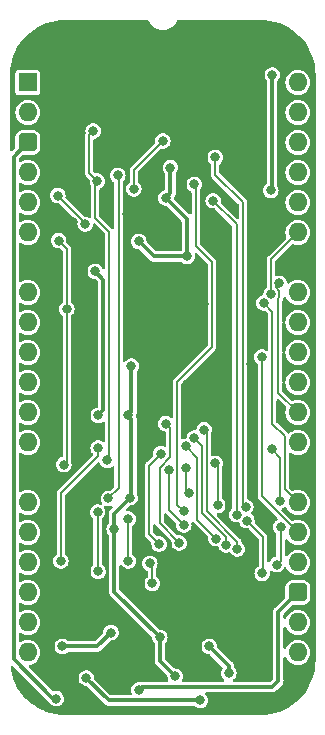
<source format=gbl>
%TF.GenerationSoftware,KiCad,Pcbnew,7.0.5*%
%TF.CreationDate,2024-03-11T15:51:13+02:00*%
%TF.ProjectId,Video Clock,56696465-6f20-4436-9c6f-636b2e6b6963,V1*%
%TF.SameCoordinates,PX525bfc0PY43d3480*%
%TF.FileFunction,Copper,L2,Bot*%
%TF.FilePolarity,Positive*%
%FSLAX46Y46*%
G04 Gerber Fmt 4.6, Leading zero omitted, Abs format (unit mm)*
G04 Created by KiCad (PCBNEW 7.0.5) date 2024-03-11 15:51:13*
%MOMM*%
%LPD*%
G01*
G04 APERTURE LIST*
G04 Aperture macros list*
%AMRoundRect*
0 Rectangle with rounded corners*
0 $1 Rounding radius*
0 $2 $3 $4 $5 $6 $7 $8 $9 X,Y pos of 4 corners*
0 Add a 4 corners polygon primitive as box body*
4,1,4,$2,$3,$4,$5,$6,$7,$8,$9,$2,$3,0*
0 Add four circle primitives for the rounded corners*
1,1,$1+$1,$2,$3*
1,1,$1+$1,$4,$5*
1,1,$1+$1,$6,$7*
1,1,$1+$1,$8,$9*
0 Add four rect primitives between the rounded corners*
20,1,$1+$1,$2,$3,$4,$5,0*
20,1,$1+$1,$4,$5,$6,$7,0*
20,1,$1+$1,$6,$7,$8,$9,0*
20,1,$1+$1,$8,$9,$2,$3,0*%
G04 Aperture macros list end*
%TA.AperFunction,ComponentPad*%
%ADD10R,1.600000X1.600000*%
%TD*%
%TA.AperFunction,ComponentPad*%
%ADD11O,1.600000X1.600000*%
%TD*%
%TA.AperFunction,ComponentPad*%
%ADD12RoundRect,0.400000X-0.400000X-0.400000X0.400000X-0.400000X0.400000X0.400000X-0.400000X0.400000X0*%
%TD*%
%TA.AperFunction,ViaPad*%
%ADD13C,0.800000*%
%TD*%
%TA.AperFunction,Conductor*%
%ADD14C,0.380000*%
%TD*%
%TA.AperFunction,Conductor*%
%ADD15C,0.200000*%
%TD*%
G04 APERTURE END LIST*
D10*
%TO.P,J4,1,Pin_1*%
%TO.N,unconnected-(J4-Pin_1-Pad1)*%
X0Y0D03*
D11*
%TO.P,J4,2,Pin_2*%
%TO.N,unconnected-(J4-Pin_2-Pad2)*%
X0Y-2540000D03*
D12*
%TO.P,J4,3,Pin_3*%
%TO.N,/5V*%
X0Y-5080000D03*
D11*
%TO.P,J4,4,Pin_4*%
%TO.N,/~{Reset}*%
X0Y-7620000D03*
%TO.P,J4,5,Pin_5*%
%TO.N,unconnected-(J4-Pin_5-Pad5)*%
X0Y-10160000D03*
%TO.P,J4,6,Pin_6*%
%TO.N,/D7*%
X0Y-12700000D03*
D10*
%TO.P,J4,7,Pin_7*%
%TO.N,/GND*%
X0Y-15240000D03*
D11*
%TO.P,J4,8,Pin_8*%
%TO.N,/D6*%
X0Y-17780000D03*
%TO.P,J4,9,Pin_9*%
%TO.N,/D5*%
X0Y-20320000D03*
%TO.P,J4,10,Pin_10*%
%TO.N,/D4*%
X0Y-22860000D03*
%TO.P,J4,11,Pin_11*%
%TO.N,/D3*%
X0Y-25400000D03*
%TO.P,J4,12,Pin_12*%
%TO.N,/D2*%
X0Y-27940000D03*
%TO.P,J4,13,Pin_13*%
%TO.N,/D1*%
X0Y-30480000D03*
D10*
%TO.P,J4,14,Pin_14*%
%TO.N,/GND*%
X0Y-33020000D03*
D11*
%TO.P,J4,15,Pin_15*%
%TO.N,/D0*%
X0Y-35560000D03*
%TO.P,J4,16,Pin_16*%
%TO.N,unconnected-(J4-Pin_16-Pad16)*%
X0Y-38100000D03*
%TO.P,J4,17,Pin_17*%
%TO.N,/Write Clock Select*%
X0Y-40640000D03*
%TO.P,J4,18,Pin_18*%
%TO.N,unconnected-(J4-Pin_18-Pad18)*%
X0Y-43180000D03*
%TO.P,J4,19,Pin_19*%
%TO.N,unconnected-(J4-Pin_19-Pad19)*%
X0Y-45720000D03*
%TO.P,J4,20,Pin_20*%
%TO.N,unconnected-(J4-Pin_20-Pad20)*%
X0Y-48260000D03*
%TO.P,J4,21,Pin_21*%
%TO.N,unconnected-(J4-Pin_21-Pad21)*%
X22860000Y-48260000D03*
%TO.P,J4,22,Pin_22*%
%TO.N,unconnected-(J4-Pin_22-Pad22)*%
X22860000Y-45720000D03*
D12*
%TO.P,J4,23,Pin_23*%
%TO.N,/5V*%
X22860000Y-43180000D03*
D11*
%TO.P,J4,24,Pin_24*%
%TO.N,unconnected-(J4-Pin_24-Pad24)*%
X22860000Y-40640000D03*
%TO.P,J4,25,Pin_25*%
%TO.N,/~{Pixel CLK}_{3}*%
X22860000Y-38100000D03*
%TO.P,J4,26,Pin_26*%
%TO.N,/Pixel CLK_{3}*%
X22860000Y-35560000D03*
D10*
%TO.P,J4,27,Pin_27*%
%TO.N,/GND*%
X22860000Y-33020000D03*
D11*
%TO.P,J4,28,Pin_28*%
%TO.N,/~{Pixel CLK}_{2}*%
X22860000Y-30480000D03*
%TO.P,J4,29,Pin_29*%
%TO.N,/Pixel CLK_{2}*%
X22860000Y-27940000D03*
%TO.P,J4,30,Pin_30*%
%TO.N,unconnected-(J4-Pin_30-Pad30)*%
X22860000Y-25400000D03*
%TO.P,J4,31,Pin_31*%
%TO.N,unconnected-(J4-Pin_31-Pad31)*%
X22860000Y-22860000D03*
%TO.P,J4,32,Pin_32*%
%TO.N,/~{Pixel CLK}_{1}*%
X22860000Y-20320000D03*
%TO.P,J4,33,Pin_33*%
%TO.N,/Pixel CLK_{1}*%
X22860000Y-17780000D03*
D10*
%TO.P,J4,34,Pin_34*%
%TO.N,/GND*%
X22860000Y-15240000D03*
D11*
%TO.P,J4,35,Pin_35*%
%TO.N,/~{Pixel CLK}_{0}*%
X22860000Y-12700000D03*
%TO.P,J4,36,Pin_36*%
%TO.N,/Pixel CLK_{0}*%
X22860000Y-10160000D03*
%TO.P,J4,37,Pin_37*%
%TO.N,unconnected-(J4-Pin_37-Pad37)*%
X22860000Y-7620000D03*
%TO.P,J4,38,Pin_38*%
%TO.N,unconnected-(J4-Pin_38-Pad38)*%
X22860000Y-5080000D03*
%TO.P,J4,39,Pin_39*%
%TO.N,unconnected-(J4-Pin_39-Pad39)*%
X22860000Y-2540000D03*
%TO.P,J4,40,Pin_40*%
%TO.N,unconnected-(J4-Pin_40-Pad40)*%
X22860000Y0D03*
%TD*%
D13*
%TO.N,/GND*%
X5334000Y-25654000D03*
X2534812Y-33280226D03*
X14921000Y-18739492D03*
X16890990Y-18796000D03*
X11430000Y-18796000D03*
X18542000Y-7493000D03*
X15113000Y-7366000D03*
X13462000Y-25527000D03*
X16129000Y-23495000D03*
X18923000Y-23876000D03*
X8509000Y-22352000D03*
X5334000Y-2794000D03*
X16764000Y-4191000D03*
X20193000Y-11557000D03*
X20574000Y-13843000D03*
X2286000Y-15367000D03*
X4064000Y-39878000D03*
X6350000Y-42672000D03*
X16383000Y-42799000D03*
X3809766Y-11839234D03*
X4644500Y-13335000D03*
%TO.N,/3.3V*%
X8509004Y-28194000D03*
X5969000Y-28194000D03*
X5715000Y-16002000D03*
%TO.N,/12.588MHz*%
X15686000Y-10012917D03*
X2540000Y-9579500D03*
X4863730Y-12001500D03*
X17681000Y-36592592D03*
%TO.N,/37.125MHz*%
X21349022Y-35433000D03*
%TO.N,/GND*%
X9017001Y-15112999D03*
X8385000Y-11157000D03*
X18542000Y-40095000D03*
%TO.N,/74.25MHz*%
X21082000Y-40828010D03*
X21409260Y-37639213D03*
%TO.N,/GND*%
X16826000Y-33782000D03*
%TO.N,/32.5MHz*%
X13359000Y-32629000D03*
X13663042Y-34798001D03*
%TO.N,/5V*%
X2413000Y-52176341D03*
%TO.N,/~{OE}*%
X11684000Y-28890990D03*
X12827000Y-38989000D03*
%TO.N,/37.125MHz*%
X20639000Y-31054577D03*
%TO.N,/S0*%
X13387445Y-30809332D03*
X15928108Y-38623710D03*
%TO.N,/S1*%
X14094684Y-30102354D03*
X16785084Y-39160291D03*
%TO.N,/S2*%
X17743698Y-39492737D03*
X14922500Y-29400500D03*
%TO.N,/Pixel CLK _{IN}*%
X11959000Y-32852339D03*
X13208000Y-37465000D03*
%TO.N,/74.25MHz*%
X8509000Y-36957000D03*
X8509000Y-40513000D03*
%TO.N,/Pixel CLK _{IN}*%
X2616385Y-13385615D03*
X3048000Y-32357000D03*
X3302000Y-19177000D03*
%TO.N,/3.3V*%
X12477998Y-50275461D03*
X2921000Y-47752000D03*
X7045674Y-46574340D03*
X11175999Y-46989996D03*
X7316507Y-37796507D03*
X8663750Y-35151250D03*
X8769500Y-24003000D03*
%TO.N,/25.175MHz*%
X16101000Y-35814000D03*
X15863042Y-32242835D03*
X6731003Y-32003997D03*
%TO.N,/3.3V*%
X12074617Y-7203617D03*
%TO.N,/20MHZ*%
X13208000Y-36321992D03*
X14097000Y-8633672D03*
%TO.N,/40MHZ*%
X15874990Y-6350000D03*
X18467080Y-35932073D03*
%TO.N,/3.3V*%
X20574000Y-9143996D03*
X20701000Y641500D03*
%TO.N,/25.175MHz*%
X5537388Y-4114618D03*
X5887818Y-8354000D03*
%TO.N,/GND*%
X6415231Y-11088000D03*
X6477000Y-6858000D03*
%TO.N,/40MHZ*%
X8983368Y-9004000D03*
X11430000Y-4953000D03*
%TO.N,/GND*%
X15432000Y-13522525D03*
%TO.N,/3.3V*%
X9398000Y-13462000D03*
%TO.N,Net-(IC6-~{2Q})*%
X11120000Y-39088000D03*
X11276098Y-31421951D03*
%TO.N,/Write Clock Select*%
X5964500Y-30954995D03*
X2794000Y-40513000D03*
%TO.N,/5V*%
X9410885Y-51422115D03*
%TO.N,/3.3V*%
X4953000Y-50419000D03*
X14605000Y-52324000D03*
X17018000Y-50010000D03*
X15367000Y-47752000D03*
%TO.N,/74.25MHz*%
X10541000Y-42418000D03*
X10341735Y-40721000D03*
%TO.N,/65MHZ*%
X18549503Y-37088283D03*
X19844499Y-41561505D03*
X5969000Y-41402000D03*
X5910752Y-36377494D03*
%TO.N,/~{Reset}*%
X6833769Y-35210199D03*
X7620000Y-7874000D03*
%TO.N,/3.3V*%
X13489564Y-14724445D03*
X11684000Y-9779000D03*
%TO.N,/~{Pixel CLK}_{3}*%
X19812000Y-23241000D03*
%TO.N,/~{Pixel CLK}_{0}*%
X20611591Y-17904469D03*
%TO.N,/Pixel CLK_{3}*%
X19967000Y-18669000D03*
%TO.N,/Pixel CLK_{2}*%
X21311591Y-17018000D03*
%TD*%
D14*
%TO.N,/GND*%
X4644500Y-24964500D02*
X4644500Y-13335000D01*
X5334000Y-25654000D02*
X4644500Y-24964500D01*
X5080000Y-25908000D02*
X5334000Y-25654000D01*
X5080000Y-31623000D02*
X5080000Y-25908000D01*
X3422774Y-33280226D02*
X5080000Y-31623000D01*
X2534812Y-33280226D02*
X3422774Y-33280226D01*
D15*
%TO.N,/25.175MHz*%
X6893000Y-12634050D02*
X6893000Y-31842000D01*
X6893000Y-31842000D02*
X6731003Y-32003997D01*
X5715231Y-8526587D02*
X5715231Y-11456281D01*
X5715231Y-11456281D02*
X6893000Y-12634050D01*
D14*
%TO.N,/3.3V*%
X6403000Y-27760000D02*
X5969000Y-28194000D01*
X6403000Y-16690000D02*
X6403000Y-27760000D01*
X5715000Y-16002000D02*
X6403000Y-16690000D01*
D15*
%TO.N,/25.175MHz*%
X5887818Y-8354000D02*
X5715231Y-8526587D01*
%TO.N,/Pixel CLK _{IN}*%
X3302000Y-32103000D02*
X3048000Y-32357000D01*
X3302000Y-19177000D02*
X3302000Y-32103000D01*
D14*
%TO.N,/GND*%
X2274586Y-33020000D02*
X2534812Y-33280226D01*
X0Y-33020000D02*
X2274586Y-33020000D01*
D15*
%TO.N,/Write Clock Select*%
X2794000Y-34798000D02*
X5964500Y-31627500D01*
X5964500Y-31627500D02*
X5964500Y-30954995D01*
X2794000Y-40513000D02*
X2794000Y-34798000D01*
%TO.N,/20MHZ*%
X15621000Y-22378050D02*
X12659000Y-25340050D01*
X15621000Y-15240000D02*
X15621000Y-22378050D01*
X12659000Y-25340050D02*
X12659000Y-35772992D01*
X14224000Y-8760672D02*
X14224000Y-13843000D01*
X14097000Y-8633672D02*
X14224000Y-8760672D01*
X14224000Y-13843000D02*
X15621000Y-15240000D01*
X12659000Y-35772992D02*
X13208000Y-36321992D01*
D14*
%TO.N,/GND*%
X14097000Y-25527000D02*
X13462000Y-25527000D01*
X16129000Y-23495000D02*
X14097000Y-25527000D01*
X16890990Y-22733010D02*
X16890990Y-18796000D01*
X16129000Y-23495000D02*
X16890990Y-22733010D01*
X16891012Y-14981537D02*
X16891012Y-18795978D01*
X15432000Y-13522525D02*
X16891012Y-14981537D01*
X16891012Y-18795978D02*
X16890990Y-18796000D01*
X14864492Y-18796000D02*
X14921000Y-18739492D01*
X11430000Y-18796000D02*
X14864492Y-18796000D01*
X14732000Y-9271000D02*
X15113000Y-8890000D01*
X14732000Y-12822525D02*
X14732000Y-9271000D01*
X15432000Y-13522525D02*
X14732000Y-12822525D01*
X15113000Y-8890000D02*
X15113000Y-7366000D01*
X18542000Y-7493000D02*
X18542000Y-5842000D01*
X18542000Y-9779000D02*
X18542000Y-7493000D01*
%TO.N,/3.3V*%
X12074617Y-9388383D02*
X12074617Y-7203617D01*
X11684000Y-9779000D02*
X12074617Y-9388383D01*
%TO.N,/GND*%
X10668000Y-7493000D02*
X13970000Y-4191000D01*
X10668000Y-8874000D02*
X10668000Y-7493000D01*
X8385000Y-11157000D02*
X10668000Y-8874000D01*
%TO.N,/3.3V*%
X13489564Y-14724445D02*
X13489564Y-11584564D01*
X13489564Y-11584564D02*
X11684000Y-9779000D01*
D15*
%TO.N,/12.588MHz*%
X17681000Y-12007917D02*
X15686000Y-10012917D01*
X17681000Y-36592592D02*
X17681000Y-12007917D01*
D14*
%TO.N,/GND*%
X16826000Y-27621000D02*
X16826000Y-33782000D01*
X16129000Y-23495000D02*
X16129000Y-26924000D01*
X16129000Y-26924000D02*
X16826000Y-27621000D01*
D15*
%TO.N,/~{Pixel CLK}_{3}*%
X22860000Y-38100000D02*
X19812000Y-35052000D01*
X19812000Y-35052000D02*
X19812000Y-23241000D01*
D14*
%TO.N,/GND*%
X18923000Y-15494000D02*
X18923000Y-23876000D01*
X20574000Y-13843000D02*
X18923000Y-15494000D01*
D15*
%TO.N,/40MHZ*%
X15874990Y-6350000D02*
X15874990Y-7804954D01*
X15874990Y-7804954D02*
X18223000Y-10152964D01*
X18223000Y-10152964D02*
X18223000Y-35687993D01*
X18223000Y-35687993D02*
X18467080Y-35932073D01*
%TO.N,/Pixel CLK_{2}*%
X21013332Y-17316259D02*
X21311591Y-17018000D01*
X21212496Y-18293514D02*
X21311591Y-18194419D01*
X21311591Y-17614519D02*
X21013332Y-17316259D01*
X22860000Y-27940000D02*
X21212496Y-26292496D01*
%TO.N,/~{Pixel CLK}_{0}*%
X22860000Y-12700000D02*
X20611591Y-14948409D01*
%TO.N,/Pixel CLK_{3}*%
X20701000Y-19403000D02*
X19967000Y-18669000D01*
X20701000Y-28898314D02*
X20701000Y-19403000D01*
X22860000Y-35560000D02*
X21760000Y-34460000D01*
X21760000Y-34460000D02*
X21760000Y-29957314D01*
%TO.N,/Pixel CLK_{2}*%
X21311591Y-18194419D02*
X21311591Y-17614519D01*
%TO.N,/Pixel CLK_{3}*%
X21760000Y-29957314D02*
X20701000Y-28898314D01*
%TO.N,/~{Pixel CLK}_{0}*%
X20611591Y-14948409D02*
X20611591Y-17904469D01*
%TO.N,/Pixel CLK_{2}*%
X21212496Y-26292496D02*
X21212496Y-18293514D01*
%TO.N,/37.125MHz*%
X21349022Y-31764599D02*
X20639000Y-31054577D01*
X21349022Y-35433000D02*
X21349022Y-31764599D01*
D14*
%TO.N,/GND*%
X8509000Y-22352000D02*
X9017001Y-21843999D01*
X9017001Y-21843999D02*
X9017001Y-15112999D01*
X6477000Y-3937000D02*
X5334000Y-2794000D01*
X6477000Y-6858000D02*
X6477000Y-3937000D01*
D15*
%TO.N,/25.175MHz*%
X5207000Y-4445006D02*
X5537388Y-4114618D01*
X5207000Y-7673182D02*
X5207000Y-4445006D01*
X5887818Y-8354000D02*
X5207000Y-7673182D01*
D14*
%TO.N,/GND*%
X6487000Y-1641000D02*
X5334000Y-2794000D01*
X13970000Y-4191000D02*
X11420000Y-1641000D01*
X11420000Y-1641000D02*
X6487000Y-1641000D01*
X13970000Y-4191000D02*
X16764000Y-4191000D01*
X16891000Y-4191000D02*
X16764000Y-4191000D01*
X18542000Y-5842000D02*
X16891000Y-4191000D01*
X20193000Y-11430000D02*
X18923000Y-10160000D01*
X18923000Y-10160000D02*
X18542000Y-9779000D01*
X20193000Y-11557000D02*
X20193000Y-11430000D01*
X20574000Y-11938000D02*
X20193000Y-11557000D01*
X20574000Y-13843000D02*
X20574000Y-11938000D01*
X2286000Y-15367000D02*
X127000Y-15367000D01*
X4572000Y-42291000D02*
X4064000Y-41783000D01*
X4953000Y-42672000D02*
X4572000Y-42291000D01*
X4064000Y-41783000D02*
X4064000Y-39878000D01*
X6350000Y-42672000D02*
X4953000Y-42672000D01*
X18542000Y-40640000D02*
X16383000Y-42799000D01*
X18542000Y-40095000D02*
X18542000Y-40640000D01*
D15*
%TO.N,/65MHZ*%
X19908001Y-41498003D02*
X19844499Y-41561505D01*
X19908001Y-38446781D02*
X19908001Y-41498003D01*
X18549503Y-37088283D02*
X19908001Y-38446781D01*
X5910752Y-36377494D02*
X5910752Y-41343752D01*
X5910752Y-41343752D02*
X5969000Y-41402000D01*
%TO.N,/74.25MHz*%
X10541000Y-40920265D02*
X10341735Y-40721000D01*
X10541000Y-42418000D02*
X10541000Y-40920265D01*
%TO.N,/~{OE}*%
X12065000Y-29271990D02*
X11684000Y-28890990D01*
X12065000Y-31750000D02*
X12065000Y-29271990D01*
X11176000Y-32639000D02*
X12065000Y-31750000D01*
X12827000Y-38989000D02*
X11176000Y-37338000D01*
X11176000Y-37338000D02*
X11176000Y-32639000D01*
%TO.N,/S2*%
X17743698Y-38883662D02*
X17743698Y-39492737D01*
X15163042Y-29641042D02*
X15163042Y-36303006D01*
X15163042Y-36303006D02*
X17743698Y-38883662D01*
X14922500Y-29400500D02*
X15163042Y-29641042D01*
%TO.N,/S1*%
X16785084Y-38490735D02*
X16785084Y-39160291D01*
X14763042Y-36468693D02*
X16785084Y-38490735D01*
X14094684Y-30102354D02*
X14763042Y-30770712D01*
X14763042Y-30770712D02*
X14763042Y-36468693D01*
%TO.N,/S0*%
X14363042Y-31784929D02*
X14363042Y-37058644D01*
X13387445Y-30809332D02*
X14363042Y-31784929D01*
%TO.N,/25.175MHz*%
X16101000Y-32480793D02*
X15863042Y-32242835D01*
X16101000Y-35814000D02*
X16101000Y-32480793D01*
%TO.N,/S0*%
X14363042Y-37058644D02*
X15928108Y-38623710D01*
D14*
%TO.N,/GND*%
X18542000Y-38989000D02*
X18542000Y-40095000D01*
X16891000Y-37338000D02*
X18542000Y-38989000D01*
X16826000Y-33782000D02*
X16891000Y-33847000D01*
X16891000Y-33847000D02*
X16891000Y-37338000D01*
D15*
%TO.N,/74.25MHz*%
X21409260Y-40500750D02*
X21082000Y-40828010D01*
X21409260Y-37639213D02*
X21409260Y-40500750D01*
D14*
%TO.N,/GND*%
X3809766Y-12064766D02*
X3809766Y-11839234D01*
X4644500Y-12899500D02*
X3809766Y-12064766D01*
X4644500Y-13335000D02*
X4644500Y-12899500D01*
D15*
%TO.N,/12.588MHz*%
X4863730Y-11903230D02*
X4863730Y-12001500D01*
X2540000Y-9579500D02*
X4863730Y-11903230D01*
%TO.N,/Pixel CLK _{IN}*%
X3302000Y-14071230D02*
X2616385Y-13385615D01*
X3302000Y-19177000D02*
X3302000Y-14071230D01*
D14*
%TO.N,/3.3V*%
X8769500Y-35045500D02*
X8769500Y-28454496D01*
X8769500Y-28454496D02*
X8509004Y-28194000D01*
X8769500Y-27933504D02*
X8509004Y-28194000D01*
X8769500Y-24003000D02*
X8769500Y-27933504D01*
D15*
%TO.N,/~{Reset}*%
X7685000Y-34358968D02*
X6833769Y-35210199D01*
X7620000Y-7874000D02*
X7685000Y-7939000D01*
X7685000Y-7939000D02*
X7685000Y-34358968D01*
D14*
%TO.N,/3.3V*%
X10660445Y-14724445D02*
X13489564Y-14724445D01*
X9398000Y-13462000D02*
X10660445Y-14724445D01*
%TO.N,/GND*%
X8382000Y-14477998D02*
X8382000Y-11160000D01*
X9017001Y-15112999D02*
X8382000Y-14477998D01*
X8382000Y-11160000D02*
X8385000Y-11157000D01*
D15*
%TO.N,/32.5MHz*%
X13359000Y-34493959D02*
X13663042Y-34798001D01*
%TO.N,/Pixel CLK _{IN}*%
X11959000Y-36216000D02*
X11959000Y-32852339D01*
%TO.N,/32.5MHz*%
X13359000Y-32629000D02*
X13359000Y-34493959D01*
%TO.N,/Pixel CLK _{IN}*%
X13208000Y-37465000D02*
X11959000Y-36216000D01*
D14*
%TO.N,/3.3V*%
X7316507Y-43130504D02*
X7316507Y-37796507D01*
X11175999Y-46989996D02*
X7316507Y-43130504D01*
X8663750Y-35151250D02*
X7316507Y-36498493D01*
X7316507Y-36498493D02*
X7316507Y-37796507D01*
X8769500Y-35045500D02*
X8663750Y-35151250D01*
%TO.N,/5V*%
X9652000Y-51181000D02*
X9410885Y-51422115D01*
X21209000Y-44831000D02*
X21209000Y-50673000D01*
X20701000Y-51181000D02*
X9652000Y-51181000D01*
X21209000Y-50673000D02*
X20701000Y-51181000D01*
X22860000Y-43180000D02*
X21209000Y-44831000D01*
D15*
%TO.N,/40MHZ*%
X11430000Y-4953000D02*
X8983368Y-7399632D01*
X8983368Y-7399632D02*
X8983368Y-9004000D01*
%TO.N,Net-(IC6-~{2Q})*%
X10268000Y-38236000D02*
X10268000Y-32430049D01*
X10268000Y-32430049D02*
X11276098Y-31421951D01*
X11120000Y-39088000D02*
X10268000Y-38236000D01*
D14*
%TO.N,/3.3V*%
X6858000Y-52324000D02*
X4953000Y-50419000D01*
X14605000Y-52324000D02*
X6858000Y-52324000D01*
%TO.N,/5V*%
X2138341Y-52176341D02*
X2413000Y-52176341D01*
X-1190000Y-6270000D02*
X-1190000Y-48848000D01*
X-1190000Y-48848000D02*
X2138341Y-52176341D01*
X0Y-5080000D02*
X-1190000Y-6270000D01*
D15*
%TO.N,/74.25MHz*%
X8509000Y-36957000D02*
X8509000Y-40513000D01*
D14*
%TO.N,/3.3V*%
X11175999Y-48973462D02*
X11175999Y-46989996D01*
X12477998Y-50275461D02*
X11175999Y-48973462D01*
X5868014Y-47752000D02*
X2921000Y-47752000D01*
X7045674Y-46574340D02*
X5868014Y-47752000D01*
%TO.N,/GND*%
X6731000Y-7112000D02*
X6731000Y-10772231D01*
X6477000Y-6858000D02*
X6731000Y-7112000D01*
X6731000Y-10772231D02*
X6415231Y-11088000D01*
%TO.N,/3.3V*%
X20701000Y641500D02*
X20701000Y-9016996D01*
X20701000Y-9016996D02*
X20574000Y-9143996D01*
X17018000Y-49403000D02*
X17018000Y-50010000D01*
X15367000Y-47752000D02*
X17018000Y-49403000D01*
%TD*%
%TA.AperFunction,Conductor*%
%TO.N,/GND*%
G36*
X21660159Y4877096D02*
G01*
X21665029Y4874825D01*
X22022350Y4688816D01*
X22027028Y4686114D01*
X22366770Y4469675D01*
X22371203Y4466571D01*
X22690779Y4221352D01*
X22694924Y4217873D01*
X22991909Y3945736D01*
X22995735Y3941910D01*
X23267872Y3644925D01*
X23271351Y3640780D01*
X23516570Y3321204D01*
X23519674Y3316771D01*
X23736113Y2977029D01*
X23738819Y2972343D01*
X23924815Y2615048D01*
X23927102Y2610144D01*
X24081255Y2237984D01*
X24083106Y2232899D01*
X24204234Y1848732D01*
X24205634Y1843505D01*
X24292822Y1450225D01*
X24293762Y1444896D01*
X24346339Y1045533D01*
X24346811Y1040142D01*
X24364441Y636351D01*
X24364500Y633647D01*
X24364500Y-48893646D01*
X24364441Y-48896350D01*
X24346811Y-49300141D01*
X24346339Y-49305532D01*
X24293762Y-49704895D01*
X24292822Y-49710224D01*
X24205634Y-50103504D01*
X24204234Y-50108731D01*
X24083106Y-50492898D01*
X24081255Y-50497983D01*
X23927102Y-50870143D01*
X23924815Y-50875047D01*
X23738819Y-51232342D01*
X23736113Y-51237028D01*
X23519674Y-51576770D01*
X23516570Y-51581203D01*
X23271351Y-51900779D01*
X23267872Y-51904924D01*
X22995735Y-52201909D01*
X22991909Y-52205735D01*
X22694924Y-52477872D01*
X22690779Y-52481351D01*
X22371203Y-52726570D01*
X22366770Y-52729674D01*
X22027028Y-52946113D01*
X22022342Y-52948819D01*
X21665047Y-53134815D01*
X21660143Y-53137102D01*
X21336000Y-53271366D01*
X21335999Y-51168961D01*
X21500528Y-51004431D01*
X21505696Y-50999812D01*
X21535557Y-50976001D01*
X21567684Y-50928877D01*
X21568986Y-50927042D01*
X21602852Y-50881158D01*
X21602853Y-50881156D01*
X21606733Y-50873814D01*
X21610356Y-50866289D01*
X21610360Y-50866285D01*
X21627170Y-50811784D01*
X21627877Y-50809639D01*
X21646710Y-50755820D01*
X21646710Y-50755817D01*
X21648253Y-50747660D01*
X21649500Y-50739394D01*
X21649500Y-50682404D01*
X21649542Y-50680122D01*
X21651675Y-50623123D01*
X21651674Y-50623121D01*
X21650635Y-50613894D01*
X21651488Y-50613797D01*
X21649500Y-50598682D01*
X21649500Y-48718834D01*
X21669185Y-48651795D01*
X21721989Y-48606040D01*
X21791147Y-48596096D01*
X21854703Y-48625121D01*
X21882858Y-48660380D01*
X21884767Y-48663952D01*
X21884768Y-48663954D01*
X21982315Y-48846450D01*
X21982317Y-48846452D01*
X22113589Y-49006410D01*
X22210209Y-49085702D01*
X22273550Y-49137685D01*
X22456046Y-49235232D01*
X22654066Y-49295300D01*
X22654065Y-49295300D01*
X22674347Y-49297297D01*
X22860000Y-49315583D01*
X23065934Y-49295300D01*
X23263954Y-49235232D01*
X23446450Y-49137685D01*
X23606410Y-49006410D01*
X23737685Y-48846450D01*
X23835232Y-48663954D01*
X23895300Y-48465934D01*
X23915583Y-48260000D01*
X23895300Y-48054066D01*
X23835232Y-47856046D01*
X23737685Y-47673550D01*
X23685702Y-47610209D01*
X23606410Y-47513589D01*
X23446452Y-47382317D01*
X23446453Y-47382317D01*
X23446450Y-47382315D01*
X23263954Y-47284768D01*
X23065934Y-47224700D01*
X23065932Y-47224699D01*
X23065934Y-47224699D01*
X22878463Y-47206235D01*
X22860000Y-47204417D01*
X22859999Y-47204417D01*
X22654067Y-47224699D01*
X22456043Y-47284769D01*
X22345897Y-47343643D01*
X22273550Y-47382315D01*
X22273548Y-47382316D01*
X22273547Y-47382317D01*
X22113589Y-47513589D01*
X21982317Y-47673547D01*
X21882858Y-47859619D01*
X21833895Y-47909463D01*
X21765757Y-47924923D01*
X21700078Y-47901091D01*
X21657709Y-47845533D01*
X21649500Y-47801165D01*
X21649500Y-46178834D01*
X21669185Y-46111795D01*
X21721989Y-46066040D01*
X21791147Y-46056096D01*
X21854703Y-46085121D01*
X21882858Y-46120380D01*
X21884767Y-46123952D01*
X21884768Y-46123954D01*
X21982315Y-46306450D01*
X21982317Y-46306452D01*
X22113589Y-46466410D01*
X22210209Y-46545702D01*
X22273550Y-46597685D01*
X22456046Y-46695232D01*
X22654066Y-46755300D01*
X22654065Y-46755300D01*
X22674348Y-46757297D01*
X22860000Y-46775583D01*
X23065934Y-46755300D01*
X23263954Y-46695232D01*
X23446450Y-46597685D01*
X23606410Y-46466410D01*
X23737685Y-46306450D01*
X23835232Y-46123954D01*
X23895300Y-45925934D01*
X23915583Y-45720000D01*
X23895300Y-45514066D01*
X23835232Y-45316046D01*
X23737685Y-45133550D01*
X23681282Y-45064822D01*
X23606410Y-44973589D01*
X23446452Y-44842317D01*
X23446453Y-44842317D01*
X23446450Y-44842315D01*
X23263954Y-44744768D01*
X23065934Y-44684700D01*
X23065932Y-44684699D01*
X23065934Y-44684699D01*
X22878463Y-44666235D01*
X22860000Y-44664417D01*
X22859999Y-44664417D01*
X22654067Y-44684699D01*
X22456043Y-44744769D01*
X22345897Y-44803643D01*
X22273550Y-44842315D01*
X22273548Y-44842316D01*
X22273547Y-44842317D01*
X22113589Y-44973589D01*
X21982317Y-45133547D01*
X21882858Y-45319619D01*
X21833895Y-45369463D01*
X21765757Y-45384923D01*
X21700078Y-45361091D01*
X21657709Y-45305533D01*
X21649500Y-45261165D01*
X21649500Y-45064822D01*
X21669185Y-44997783D01*
X21685819Y-44977141D01*
X22396142Y-44266819D01*
X22457465Y-44233334D01*
X22483823Y-44230500D01*
X23325686Y-44230500D01*
X23325694Y-44230500D01*
X23362569Y-44227598D01*
X23362571Y-44227597D01*
X23362573Y-44227597D01*
X23404191Y-44215505D01*
X23520398Y-44181744D01*
X23661865Y-44098081D01*
X23778081Y-43981865D01*
X23861744Y-43840398D01*
X23907598Y-43682569D01*
X23910500Y-43645694D01*
X23910500Y-42714306D01*
X23907598Y-42677431D01*
X23861744Y-42519602D01*
X23778081Y-42378135D01*
X23778079Y-42378133D01*
X23778076Y-42378129D01*
X23661870Y-42261923D01*
X23661862Y-42261917D01*
X23520396Y-42178255D01*
X23520393Y-42178254D01*
X23362573Y-42132402D01*
X23362567Y-42132401D01*
X23325701Y-42129500D01*
X23325694Y-42129500D01*
X22394306Y-42129500D01*
X22394298Y-42129500D01*
X22357432Y-42132401D01*
X22357426Y-42132402D01*
X22199606Y-42178254D01*
X22199603Y-42178255D01*
X22058137Y-42261917D01*
X22058129Y-42261923D01*
X21941923Y-42378129D01*
X21941917Y-42378137D01*
X21858255Y-42519603D01*
X21858254Y-42519606D01*
X21812402Y-42677426D01*
X21812401Y-42677432D01*
X21809500Y-42714298D01*
X21809500Y-43556176D01*
X21789815Y-43623215D01*
X21773181Y-43643857D01*
X21336000Y-44081037D01*
X21336000Y-41429350D01*
X21454240Y-41367293D01*
X21572483Y-41262540D01*
X21662220Y-41132533D01*
X21677515Y-41092200D01*
X21719692Y-41036499D01*
X21785289Y-41012441D01*
X21853480Y-41027667D01*
X21902613Y-41077343D01*
X21902815Y-41077718D01*
X21982315Y-41226450D01*
X22011933Y-41262540D01*
X22113589Y-41386410D01*
X22179750Y-41440706D01*
X22273550Y-41517685D01*
X22456046Y-41615232D01*
X22654066Y-41675300D01*
X22654065Y-41675300D01*
X22674347Y-41677297D01*
X22860000Y-41695583D01*
X23065934Y-41675300D01*
X23263954Y-41615232D01*
X23446450Y-41517685D01*
X23606410Y-41386410D01*
X23737685Y-41226450D01*
X23835232Y-41043954D01*
X23895300Y-40845934D01*
X23915583Y-40640000D01*
X23895300Y-40434066D01*
X23835232Y-40236046D01*
X23737685Y-40053550D01*
X23675828Y-39978176D01*
X23606410Y-39893589D01*
X23446452Y-39762317D01*
X23446453Y-39762317D01*
X23446450Y-39762315D01*
X23263954Y-39664768D01*
X23065934Y-39604700D01*
X23065932Y-39604699D01*
X23065934Y-39604699D01*
X22860000Y-39584417D01*
X22654067Y-39604699D01*
X22456043Y-39664769D01*
X22345897Y-39723643D01*
X22273550Y-39762315D01*
X22273548Y-39762316D01*
X22273547Y-39762317D01*
X22113589Y-39893590D01*
X21979613Y-40056841D01*
X21921868Y-40096175D01*
X21852023Y-40098046D01*
X21792255Y-40061859D01*
X21761539Y-39999103D01*
X21759760Y-39978176D01*
X21759760Y-38761823D01*
X21779445Y-38694784D01*
X21832249Y-38649029D01*
X21901407Y-38639085D01*
X21964963Y-38668110D01*
X21979614Y-38683159D01*
X22113589Y-38846410D01*
X22210209Y-38925702D01*
X22273550Y-38977685D01*
X22456046Y-39075232D01*
X22654066Y-39135300D01*
X22654065Y-39135300D01*
X22674347Y-39137297D01*
X22860000Y-39155583D01*
X23065934Y-39135300D01*
X23263954Y-39075232D01*
X23446450Y-38977685D01*
X23606410Y-38846410D01*
X23737685Y-38686450D01*
X23835232Y-38503954D01*
X23895300Y-38305934D01*
X23915583Y-38100000D01*
X23895300Y-37894066D01*
X23835232Y-37696046D01*
X23737685Y-37513550D01*
X23685702Y-37450209D01*
X23606410Y-37353589D01*
X23446452Y-37222317D01*
X23446453Y-37222317D01*
X23446450Y-37222315D01*
X23263954Y-37124768D01*
X23065934Y-37064700D01*
X23065932Y-37064699D01*
X23065934Y-37064699D01*
X22878463Y-37046235D01*
X22860000Y-37044417D01*
X22859999Y-37044417D01*
X22654067Y-37064699D01*
X22469166Y-37120788D01*
X22399299Y-37121411D01*
X22345490Y-37089808D01*
X21512209Y-36256527D01*
X21478724Y-36195204D01*
X21483708Y-36125512D01*
X21525580Y-36069579D01*
X21570216Y-36048449D01*
X21581387Y-36045696D01*
X21721262Y-35972283D01*
X21721263Y-35972281D01*
X21727434Y-35968023D01*
X21728919Y-35970175D01*
X21780885Y-35945730D01*
X21850152Y-35954890D01*
X21903470Y-36000045D01*
X21909273Y-36009799D01*
X21982315Y-36146450D01*
X21982317Y-36146452D01*
X22113589Y-36306410D01*
X22210209Y-36385702D01*
X22273550Y-36437685D01*
X22456046Y-36535232D01*
X22654066Y-36595300D01*
X22654065Y-36595300D01*
X22674348Y-36597297D01*
X22860000Y-36615583D01*
X23065934Y-36595300D01*
X23263954Y-36535232D01*
X23446450Y-36437685D01*
X23606410Y-36306410D01*
X23737685Y-36146450D01*
X23835232Y-35963954D01*
X23895300Y-35765934D01*
X23915583Y-35560000D01*
X23895300Y-35354066D01*
X23835232Y-35156046D01*
X23737685Y-34973550D01*
X23672168Y-34893717D01*
X23606410Y-34813589D01*
X23473138Y-34704217D01*
X23446450Y-34682315D01*
X23263954Y-34584768D01*
X23065934Y-34524700D01*
X23065932Y-34524699D01*
X23065934Y-34524699D01*
X22878463Y-34506235D01*
X22860000Y-34504417D01*
X22859999Y-34504417D01*
X22654067Y-34524699D01*
X22469166Y-34580788D01*
X22399299Y-34581411D01*
X22345490Y-34549808D01*
X22146819Y-34351137D01*
X22113334Y-34289814D01*
X22110500Y-34263456D01*
X22110500Y-31477414D01*
X22130185Y-31410375D01*
X22182989Y-31364620D01*
X22252147Y-31354676D01*
X22292950Y-31368054D01*
X22456046Y-31455232D01*
X22654066Y-31515300D01*
X22654065Y-31515300D01*
X22674347Y-31517297D01*
X22860000Y-31535583D01*
X23065934Y-31515300D01*
X23263954Y-31455232D01*
X23446450Y-31357685D01*
X23606410Y-31226410D01*
X23737685Y-31066450D01*
X23835232Y-30883954D01*
X23895300Y-30685934D01*
X23915583Y-30480000D01*
X23895300Y-30274066D01*
X23835232Y-30076046D01*
X23737685Y-29893550D01*
X23685702Y-29830209D01*
X23606410Y-29733589D01*
X23446452Y-29602317D01*
X23446453Y-29602317D01*
X23446450Y-29602315D01*
X23263954Y-29504768D01*
X23065934Y-29444700D01*
X23065932Y-29444699D01*
X23065934Y-29444699D01*
X22860000Y-29424417D01*
X22654067Y-29444699D01*
X22456043Y-29504769D01*
X22345897Y-29563643D01*
X22273550Y-29602315D01*
X22273548Y-29602316D01*
X22273547Y-29602317D01*
X22155629Y-29699089D01*
X22091319Y-29726401D01*
X22022452Y-29714610D01*
X21989284Y-29690916D01*
X21336000Y-29037631D01*
X21336000Y-26911682D01*
X21849808Y-27425490D01*
X21883293Y-27486813D01*
X21880788Y-27549166D01*
X21824699Y-27734067D01*
X21804417Y-27940000D01*
X21824699Y-28145932D01*
X21824700Y-28145934D01*
X21884768Y-28343954D01*
X21982315Y-28526450D01*
X21982317Y-28526452D01*
X22113589Y-28686410D01*
X22210209Y-28765702D01*
X22273550Y-28817685D01*
X22456046Y-28915232D01*
X22654066Y-28975300D01*
X22654065Y-28975300D01*
X22674347Y-28977297D01*
X22860000Y-28995583D01*
X23065934Y-28975300D01*
X23263954Y-28915232D01*
X23446450Y-28817685D01*
X23606410Y-28686410D01*
X23737685Y-28526450D01*
X23835232Y-28343954D01*
X23895300Y-28145934D01*
X23915583Y-27940000D01*
X23895300Y-27734066D01*
X23835232Y-27536046D01*
X23737685Y-27353550D01*
X23685702Y-27290209D01*
X23606410Y-27193589D01*
X23446452Y-27062317D01*
X23446453Y-27062317D01*
X23446450Y-27062315D01*
X23263954Y-26964768D01*
X23065934Y-26904700D01*
X23065932Y-26904699D01*
X23065934Y-26904699D01*
X22878463Y-26886235D01*
X22860000Y-26884417D01*
X22859999Y-26884417D01*
X22654067Y-26904699D01*
X22469166Y-26960788D01*
X22399299Y-26961411D01*
X22345490Y-26929808D01*
X22300099Y-26884417D01*
X21599312Y-26183630D01*
X21565829Y-26122310D01*
X21562996Y-26095961D01*
X21562996Y-25472888D01*
X21582681Y-25405849D01*
X21584727Y-25404076D01*
X21784201Y-25404076D01*
X21805973Y-25437954D01*
X21810399Y-25460735D01*
X21824699Y-25605932D01*
X21824700Y-25605934D01*
X21884768Y-25803954D01*
X21982315Y-25986450D01*
X21982317Y-25986452D01*
X22113589Y-26146410D01*
X22210209Y-26225702D01*
X22273550Y-26277685D01*
X22456046Y-26375232D01*
X22654066Y-26435300D01*
X22654065Y-26435300D01*
X22672529Y-26437118D01*
X22860000Y-26455583D01*
X23065934Y-26435300D01*
X23263954Y-26375232D01*
X23446450Y-26277685D01*
X23606410Y-26146410D01*
X23737685Y-25986450D01*
X23835232Y-25803954D01*
X23895300Y-25605934D01*
X23915583Y-25400000D01*
X23895300Y-25194066D01*
X23835232Y-24996046D01*
X23737685Y-24813550D01*
X23685702Y-24750209D01*
X23606410Y-24653589D01*
X23446452Y-24522317D01*
X23446453Y-24522317D01*
X23446450Y-24522315D01*
X23263954Y-24424768D01*
X23065934Y-24364700D01*
X23065932Y-24364699D01*
X23065934Y-24364699D01*
X22878463Y-24346235D01*
X22860000Y-24344417D01*
X22859999Y-24344417D01*
X22654067Y-24364699D01*
X22456043Y-24424769D01*
X22345897Y-24483643D01*
X22273550Y-24522315D01*
X22273548Y-24522316D01*
X22273547Y-24522317D01*
X22113589Y-24653589D01*
X21982317Y-24813547D01*
X21884769Y-24996043D01*
X21824699Y-25194067D01*
X21810399Y-25339264D01*
X21784238Y-25404051D01*
X21784201Y-25404076D01*
X21584727Y-25404076D01*
X21590273Y-25399270D01*
X21565168Y-25350215D01*
X21562996Y-25327110D01*
X21562996Y-22932889D01*
X21582681Y-22865850D01*
X21584728Y-22864076D01*
X21784201Y-22864076D01*
X21805973Y-22897954D01*
X21810399Y-22920735D01*
X21824699Y-23065932D01*
X21824700Y-23065934D01*
X21884768Y-23263954D01*
X21982315Y-23446450D01*
X21982317Y-23446452D01*
X22113589Y-23606410D01*
X22210209Y-23685702D01*
X22273550Y-23737685D01*
X22456046Y-23835232D01*
X22654066Y-23895300D01*
X22654065Y-23895300D01*
X22672529Y-23897118D01*
X22860000Y-23915583D01*
X23065934Y-23895300D01*
X23263954Y-23835232D01*
X23446450Y-23737685D01*
X23606410Y-23606410D01*
X23737685Y-23446450D01*
X23835232Y-23263954D01*
X23895300Y-23065934D01*
X23915583Y-22860000D01*
X23895300Y-22654066D01*
X23835232Y-22456046D01*
X23737685Y-22273550D01*
X23685702Y-22210209D01*
X23606410Y-22113589D01*
X23446452Y-21982317D01*
X23446453Y-21982317D01*
X23446450Y-21982315D01*
X23263954Y-21884768D01*
X23065934Y-21824700D01*
X23065932Y-21824699D01*
X23065934Y-21824699D01*
X22860000Y-21804417D01*
X22654067Y-21824699D01*
X22456043Y-21884769D01*
X22345897Y-21943643D01*
X22273550Y-21982315D01*
X22273548Y-21982316D01*
X22273547Y-21982317D01*
X22113589Y-22113589D01*
X21982317Y-22273547D01*
X21884769Y-22456043D01*
X21824699Y-22654067D01*
X21810399Y-22799264D01*
X21784238Y-22864051D01*
X21784201Y-22864076D01*
X21584728Y-22864076D01*
X21590273Y-22859270D01*
X21565168Y-22810215D01*
X21562996Y-22787110D01*
X21562996Y-20392889D01*
X21582681Y-20325850D01*
X21584728Y-20324076D01*
X21784201Y-20324076D01*
X21805973Y-20357954D01*
X21810399Y-20380735D01*
X21824699Y-20525932D01*
X21824700Y-20525934D01*
X21884768Y-20723954D01*
X21982315Y-20906450D01*
X21982317Y-20906452D01*
X22113589Y-21066410D01*
X22210209Y-21145702D01*
X22273550Y-21197685D01*
X22456046Y-21295232D01*
X22654066Y-21355300D01*
X22654065Y-21355300D01*
X22674347Y-21357297D01*
X22860000Y-21375583D01*
X23065934Y-21355300D01*
X23263954Y-21295232D01*
X23446450Y-21197685D01*
X23606410Y-21066410D01*
X23737685Y-20906450D01*
X23835232Y-20723954D01*
X23895300Y-20525934D01*
X23915583Y-20320000D01*
X23895300Y-20114066D01*
X23835232Y-19916046D01*
X23737685Y-19733550D01*
X23685702Y-19670209D01*
X23606410Y-19573589D01*
X23446452Y-19442317D01*
X23446453Y-19442317D01*
X23446450Y-19442315D01*
X23263954Y-19344768D01*
X23065934Y-19284700D01*
X23065932Y-19284699D01*
X23065934Y-19284699D01*
X22860000Y-19264417D01*
X22654067Y-19284699D01*
X22456043Y-19344769D01*
X22345897Y-19403643D01*
X22273550Y-19442315D01*
X22273548Y-19442316D01*
X22273547Y-19442317D01*
X22113589Y-19573589D01*
X21982317Y-19733547D01*
X21884769Y-19916043D01*
X21824699Y-20114067D01*
X21810399Y-20259264D01*
X21784238Y-20324051D01*
X21784201Y-20324076D01*
X21584728Y-20324076D01*
X21590273Y-20319270D01*
X21565168Y-20270215D01*
X21562996Y-20247110D01*
X21562996Y-18485217D01*
X21582681Y-18418178D01*
X21586058Y-18413192D01*
X21591915Y-18404988D01*
X21593394Y-18403005D01*
X21624108Y-18363545D01*
X21624110Y-18363537D01*
X21627608Y-18357075D01*
X21630826Y-18350490D01*
X21630830Y-18350486D01*
X21645091Y-18302582D01*
X21645861Y-18300182D01*
X21651624Y-18283393D01*
X21662091Y-18252907D01*
X21662091Y-18252902D01*
X21663500Y-18244459D01*
X21663526Y-18244283D01*
X21663830Y-18242487D01*
X21664286Y-18239752D01*
X21666057Y-18232134D01*
X21667214Y-18228279D01*
X21670863Y-18229373D01*
X21690816Y-18183230D01*
X21748816Y-18144271D01*
X21818672Y-18142854D01*
X21878204Y-18179428D01*
X21895515Y-18204061D01*
X21898151Y-18208992D01*
X21982315Y-18366450D01*
X21982317Y-18366452D01*
X22113589Y-18526410D01*
X22148389Y-18554969D01*
X22273550Y-18657685D01*
X22456046Y-18755232D01*
X22654066Y-18815300D01*
X22654065Y-18815300D01*
X22674347Y-18817297D01*
X22860000Y-18835583D01*
X23065934Y-18815300D01*
X23263954Y-18755232D01*
X23446450Y-18657685D01*
X23606410Y-18526410D01*
X23737685Y-18366450D01*
X23835232Y-18183954D01*
X23895300Y-17985934D01*
X23915583Y-17780000D01*
X23895300Y-17574066D01*
X23835232Y-17376046D01*
X23737685Y-17193550D01*
X23685702Y-17130209D01*
X23606410Y-17033589D01*
X23446452Y-16902317D01*
X23446453Y-16902317D01*
X23446450Y-16902315D01*
X23263954Y-16804768D01*
X23065934Y-16744700D01*
X23065932Y-16744699D01*
X23065934Y-16744699D01*
X22878463Y-16726235D01*
X22860000Y-16724417D01*
X22859999Y-16724417D01*
X22654067Y-16744699D01*
X22456043Y-16804769D01*
X22273546Y-16902317D01*
X22156429Y-16998432D01*
X22092119Y-17025744D01*
X22023251Y-17013952D01*
X21971692Y-16966800D01*
X21954669Y-16917524D01*
X21947828Y-16861182D01*
X21891811Y-16713477D01*
X21802074Y-16583470D01*
X21683831Y-16478717D01*
X21683829Y-16478716D01*
X21683828Y-16478715D01*
X21543956Y-16405303D01*
X21390577Y-16367500D01*
X21390576Y-16367500D01*
X21336000Y-16367500D01*
X21336000Y-14719681D01*
X22345491Y-13710189D01*
X22406812Y-13676706D01*
X22469162Y-13679210D01*
X22654066Y-13735300D01*
X22654065Y-13735300D01*
X22672529Y-13737118D01*
X22860000Y-13755583D01*
X23065934Y-13735300D01*
X23263954Y-13675232D01*
X23446450Y-13577685D01*
X23606410Y-13446410D01*
X23737685Y-13286450D01*
X23835232Y-13103954D01*
X23895300Y-12905934D01*
X23915583Y-12700000D01*
X23895300Y-12494066D01*
X23835232Y-12296046D01*
X23737685Y-12113550D01*
X23685702Y-12050209D01*
X23606410Y-11953589D01*
X23446452Y-11822317D01*
X23446453Y-11822317D01*
X23446450Y-11822315D01*
X23263954Y-11724768D01*
X23065934Y-11664700D01*
X23065932Y-11664699D01*
X23065934Y-11664699D01*
X22878463Y-11646235D01*
X22860000Y-11644417D01*
X22859999Y-11644417D01*
X22654067Y-11664699D01*
X22456043Y-11724769D01*
X22345897Y-11783643D01*
X22273550Y-11822315D01*
X22273548Y-11822316D01*
X22273547Y-11822317D01*
X22113589Y-11953589D01*
X21982317Y-12113547D01*
X21884769Y-12296043D01*
X21824699Y-12494067D01*
X21804417Y-12699999D01*
X21824699Y-12905932D01*
X21880788Y-13090832D01*
X21881411Y-13160699D01*
X21849808Y-13214508D01*
X21336000Y-13728316D01*
X21336000Y-10160000D01*
X21804417Y-10160000D01*
X21824699Y-10365932D01*
X21824700Y-10365934D01*
X21884768Y-10563954D01*
X21982315Y-10746450D01*
X21982317Y-10746452D01*
X22113589Y-10906410D01*
X22210209Y-10985702D01*
X22273550Y-11037685D01*
X22456046Y-11135232D01*
X22654066Y-11195300D01*
X22654065Y-11195300D01*
X22674347Y-11197297D01*
X22860000Y-11215583D01*
X23065934Y-11195300D01*
X23263954Y-11135232D01*
X23446450Y-11037685D01*
X23606410Y-10906410D01*
X23737685Y-10746450D01*
X23835232Y-10563954D01*
X23895300Y-10365934D01*
X23915583Y-10160000D01*
X23895300Y-9954066D01*
X23835232Y-9756046D01*
X23737685Y-9573550D01*
X23685702Y-9510209D01*
X23606410Y-9413589D01*
X23446452Y-9282317D01*
X23446453Y-9282317D01*
X23446450Y-9282315D01*
X23263954Y-9184768D01*
X23065934Y-9124700D01*
X23065932Y-9124699D01*
X23065934Y-9124699D01*
X22878463Y-9106235D01*
X22860000Y-9104417D01*
X22859999Y-9104417D01*
X22654067Y-9124699D01*
X22456043Y-9184769D01*
X22345898Y-9243643D01*
X22273550Y-9282315D01*
X22273548Y-9282316D01*
X22273547Y-9282317D01*
X22113589Y-9413589D01*
X21982317Y-9573547D01*
X21982315Y-9573550D01*
X21943643Y-9645897D01*
X21884769Y-9756043D01*
X21824699Y-9954067D01*
X21804417Y-10160000D01*
X21336000Y-10160000D01*
X21336000Y-7620000D01*
X21804417Y-7620000D01*
X21824699Y-7825932D01*
X21824700Y-7825934D01*
X21884768Y-8023954D01*
X21982315Y-8206450D01*
X21982317Y-8206452D01*
X22113589Y-8366410D01*
X22210209Y-8445702D01*
X22273550Y-8497685D01*
X22456046Y-8595232D01*
X22654066Y-8655300D01*
X22654065Y-8655300D01*
X22674347Y-8657297D01*
X22860000Y-8675583D01*
X23065934Y-8655300D01*
X23263954Y-8595232D01*
X23446450Y-8497685D01*
X23606410Y-8366410D01*
X23737685Y-8206450D01*
X23835232Y-8023954D01*
X23895300Y-7825934D01*
X23915583Y-7620000D01*
X23895300Y-7414066D01*
X23835232Y-7216046D01*
X23737685Y-7033550D01*
X23685702Y-6970209D01*
X23606410Y-6873589D01*
X23446452Y-6742317D01*
X23446453Y-6742317D01*
X23446450Y-6742315D01*
X23263954Y-6644768D01*
X23065934Y-6584700D01*
X23065932Y-6584699D01*
X23065934Y-6584699D01*
X22860000Y-6564417D01*
X22654067Y-6584699D01*
X22456043Y-6644769D01*
X22345898Y-6703643D01*
X22273550Y-6742315D01*
X22273548Y-6742316D01*
X22273547Y-6742317D01*
X22113589Y-6873589D01*
X21982317Y-7033547D01*
X21884769Y-7216043D01*
X21824699Y-7414067D01*
X21804417Y-7620000D01*
X21336000Y-7620000D01*
X21336000Y-5080000D01*
X21804417Y-5080000D01*
X21824699Y-5285932D01*
X21824700Y-5285934D01*
X21884768Y-5483954D01*
X21982315Y-5666450D01*
X21982317Y-5666452D01*
X22113589Y-5826410D01*
X22210209Y-5905702D01*
X22273550Y-5957685D01*
X22456046Y-6055232D01*
X22654066Y-6115300D01*
X22654065Y-6115300D01*
X22672529Y-6117118D01*
X22860000Y-6135583D01*
X23065934Y-6115300D01*
X23263954Y-6055232D01*
X23446450Y-5957685D01*
X23606410Y-5826410D01*
X23737685Y-5666450D01*
X23835232Y-5483954D01*
X23895300Y-5285934D01*
X23915583Y-5080000D01*
X23895300Y-4874066D01*
X23835232Y-4676046D01*
X23737685Y-4493550D01*
X23685702Y-4430209D01*
X23606410Y-4333589D01*
X23446452Y-4202317D01*
X23446453Y-4202317D01*
X23446450Y-4202315D01*
X23263954Y-4104768D01*
X23065934Y-4044700D01*
X23065932Y-4044699D01*
X23065934Y-4044699D01*
X22878463Y-4026235D01*
X22860000Y-4024417D01*
X22859999Y-4024417D01*
X22654067Y-4044699D01*
X22456043Y-4104769D01*
X22345898Y-4163643D01*
X22273550Y-4202315D01*
X22273548Y-4202316D01*
X22273547Y-4202317D01*
X22113589Y-4333589D01*
X21982317Y-4493547D01*
X21884769Y-4676043D01*
X21824699Y-4874067D01*
X21804417Y-5080000D01*
X21336000Y-5080000D01*
X21336000Y-2539999D01*
X21804417Y-2539999D01*
X21824699Y-2745932D01*
X21824700Y-2745934D01*
X21884768Y-2943954D01*
X21982315Y-3126450D01*
X21982317Y-3126452D01*
X22113589Y-3286410D01*
X22210209Y-3365702D01*
X22273550Y-3417685D01*
X22456046Y-3515232D01*
X22654066Y-3575300D01*
X22654065Y-3575300D01*
X22674347Y-3577297D01*
X22860000Y-3595583D01*
X23065934Y-3575300D01*
X23263954Y-3515232D01*
X23446450Y-3417685D01*
X23606410Y-3286410D01*
X23737685Y-3126450D01*
X23835232Y-2943954D01*
X23895300Y-2745934D01*
X23915583Y-2540000D01*
X23895300Y-2334066D01*
X23835232Y-2136046D01*
X23737685Y-1953550D01*
X23685702Y-1890209D01*
X23606410Y-1793589D01*
X23446452Y-1662317D01*
X23446453Y-1662317D01*
X23446450Y-1662315D01*
X23263954Y-1564768D01*
X23065934Y-1504700D01*
X23065932Y-1504699D01*
X23065934Y-1504699D01*
X22860000Y-1484417D01*
X22654067Y-1504699D01*
X22456043Y-1564769D01*
X22345898Y-1623643D01*
X22273550Y-1662315D01*
X22273548Y-1662316D01*
X22273547Y-1662317D01*
X22113589Y-1793589D01*
X21982317Y-1953547D01*
X21884769Y-2136043D01*
X21824699Y-2334067D01*
X21804417Y-2539999D01*
X21336000Y-2539999D01*
X21336000Y0D01*
X21804417Y0D01*
X21824699Y-205932D01*
X21824700Y-205934D01*
X21884768Y-403954D01*
X21982315Y-586450D01*
X21982317Y-586452D01*
X22113589Y-746410D01*
X22210209Y-825702D01*
X22273550Y-877685D01*
X22456046Y-975232D01*
X22654066Y-1035300D01*
X22654065Y-1035300D01*
X22672529Y-1037118D01*
X22860000Y-1055583D01*
X23065934Y-1035300D01*
X23263954Y-975232D01*
X23446450Y-877685D01*
X23606410Y-746410D01*
X23737685Y-586450D01*
X23835232Y-403954D01*
X23895300Y-205934D01*
X23915583Y0D01*
X23895300Y205934D01*
X23835232Y403954D01*
X23737685Y586450D01*
X23685702Y649791D01*
X23606410Y746411D01*
X23446452Y877683D01*
X23446453Y877683D01*
X23446450Y877685D01*
X23263954Y975232D01*
X23065934Y1035300D01*
X23065932Y1035301D01*
X23065934Y1035301D01*
X22878463Y1053765D01*
X22860000Y1055583D01*
X22859999Y1055583D01*
X22654067Y1035301D01*
X22456043Y975231D01*
X22401400Y946023D01*
X22273550Y877685D01*
X22273548Y877684D01*
X22273547Y877683D01*
X22113589Y746411D01*
X21982317Y586453D01*
X21884769Y403957D01*
X21824699Y205933D01*
X21804417Y0D01*
X21336000Y0D01*
X21336000Y481421D01*
X21337237Y484682D01*
X21356278Y641500D01*
X21356278Y641501D01*
X21337237Y798319D01*
X21336000Y801581D01*
X21336000Y5011368D01*
X21660159Y4877096D01*
G37*
%TD.AperFunction*%
%TD*%
%TA.AperFunction,Conductor*%
%TO.N,/GND*%
G36*
X-1267293Y-49397244D02*
G01*
X-1247888Y-49413073D01*
X1524000Y-52184961D01*
X1524000Y-53271366D01*
X1268066Y-53165355D01*
X1199850Y-53137099D01*
X1194960Y-53134819D01*
X837657Y-52948819D01*
X832971Y-52946113D01*
X493229Y-52729674D01*
X488796Y-52726570D01*
X342158Y-52614051D01*
X169218Y-52481350D01*
X165075Y-52477872D01*
X-131910Y-52205735D01*
X-135736Y-52201909D01*
X-407873Y-51904924D01*
X-411352Y-51900779D01*
X-656571Y-51581203D01*
X-659675Y-51576770D01*
X-876114Y-51237028D01*
X-878820Y-51232342D01*
X-1064825Y-50875029D01*
X-1067096Y-50870159D01*
X-1221256Y-50497983D01*
X-1223107Y-50492898D01*
X-1233441Y-50460122D01*
X-1344239Y-50108716D01*
X-1345635Y-50103504D01*
X-1432823Y-49710224D01*
X-1433761Y-49704908D01*
X-1458508Y-49516936D01*
X-1447743Y-49447904D01*
X-1401363Y-49395648D01*
X-1334094Y-49376763D01*
X-1267293Y-49397244D01*
G37*
%TD.AperFunction*%
%TA.AperFunction,Conductor*%
G36*
X1524000Y-50939039D02*
G01*
X94847Y-49509886D01*
X61362Y-49448563D01*
X66346Y-49378871D01*
X108218Y-49322938D01*
X170373Y-49298802D01*
X205934Y-49295300D01*
X403954Y-49235232D01*
X586450Y-49137685D01*
X746410Y-49006410D01*
X877685Y-48846450D01*
X975232Y-48663954D01*
X1035300Y-48465934D01*
X1055583Y-48260000D01*
X1035300Y-48054066D01*
X975232Y-47856046D01*
X877685Y-47673550D01*
X825702Y-47610209D01*
X746410Y-47513589D01*
X628677Y-47416969D01*
X586450Y-47382315D01*
X403954Y-47284768D01*
X205934Y-47224700D01*
X205932Y-47224699D01*
X205934Y-47224699D01*
X18463Y-47206235D01*
X0Y-47204417D01*
X-1Y-47204417D01*
X-205933Y-47224699D01*
X-403959Y-47284769D01*
X-567047Y-47371943D01*
X-635449Y-47386185D01*
X-700693Y-47361185D01*
X-742064Y-47304880D01*
X-749500Y-47262585D01*
X-749500Y-46717414D01*
X-729815Y-46650375D01*
X-677011Y-46604620D01*
X-607853Y-46594676D01*
X-567050Y-46608054D01*
X-403954Y-46695232D01*
X-205934Y-46755300D01*
X-205935Y-46755300D01*
X-185653Y-46757297D01*
X0Y-46775583D01*
X205934Y-46755300D01*
X403954Y-46695232D01*
X586450Y-46597685D01*
X746410Y-46466410D01*
X877685Y-46306450D01*
X975232Y-46123954D01*
X1035300Y-45925934D01*
X1055583Y-45720000D01*
X1035300Y-45514066D01*
X975232Y-45316046D01*
X877685Y-45133550D01*
X825702Y-45070209D01*
X746410Y-44973589D01*
X628677Y-44876969D01*
X586450Y-44842315D01*
X403954Y-44744768D01*
X205934Y-44684700D01*
X205932Y-44684699D01*
X205934Y-44684699D01*
X18463Y-44666235D01*
X0Y-44664417D01*
X-1Y-44664417D01*
X-205933Y-44684699D01*
X-403959Y-44744769D01*
X-567047Y-44831943D01*
X-635449Y-44846185D01*
X-700693Y-44821185D01*
X-742064Y-44764880D01*
X-749500Y-44722585D01*
X-749500Y-44177414D01*
X-729815Y-44110375D01*
X-677011Y-44064620D01*
X-607853Y-44054676D01*
X-567050Y-44068054D01*
X-403954Y-44155232D01*
X-205934Y-44215300D01*
X-205935Y-44215300D01*
X-187471Y-44217118D01*
X0Y-44235583D01*
X205934Y-44215300D01*
X403954Y-44155232D01*
X586450Y-44057685D01*
X746410Y-43926410D01*
X877685Y-43766450D01*
X975232Y-43583954D01*
X1035300Y-43385934D01*
X1055583Y-43180000D01*
X1035300Y-42974066D01*
X975232Y-42776046D01*
X877685Y-42593550D01*
X825702Y-42530209D01*
X746410Y-42433589D01*
X628677Y-42336969D01*
X586450Y-42302315D01*
X403954Y-42204768D01*
X205934Y-42144700D01*
X205932Y-42144699D01*
X205934Y-42144699D01*
X18463Y-42126235D01*
X0Y-42124417D01*
X-1Y-42124417D01*
X-205933Y-42144699D01*
X-403959Y-42204769D01*
X-567047Y-42291943D01*
X-635449Y-42306185D01*
X-700693Y-42281185D01*
X-742064Y-42224880D01*
X-749500Y-42182585D01*
X-749500Y-41637414D01*
X-729815Y-41570375D01*
X-677011Y-41524620D01*
X-607853Y-41514676D01*
X-567050Y-41528054D01*
X-403954Y-41615232D01*
X-205934Y-41675300D01*
X-205935Y-41675300D01*
X-185653Y-41677297D01*
X0Y-41695583D01*
X205934Y-41675300D01*
X403954Y-41615232D01*
X586450Y-41517685D01*
X746410Y-41386410D01*
X877685Y-41226450D01*
X975232Y-41043954D01*
X1035300Y-40845934D01*
X1055583Y-40640000D01*
X1035300Y-40434066D01*
X975232Y-40236046D01*
X877685Y-40053550D01*
X825702Y-39990209D01*
X746410Y-39893589D01*
X628677Y-39796969D01*
X586450Y-39762315D01*
X403954Y-39664768D01*
X205934Y-39604700D01*
X205932Y-39604699D01*
X205934Y-39604699D01*
X0Y-39584417D01*
X-205933Y-39604699D01*
X-403959Y-39664769D01*
X-567047Y-39751943D01*
X-635449Y-39766185D01*
X-700693Y-39741185D01*
X-742064Y-39684880D01*
X-749500Y-39642585D01*
X-749500Y-39097414D01*
X-729815Y-39030375D01*
X-677011Y-38984620D01*
X-607853Y-38974676D01*
X-567050Y-38988054D01*
X-403954Y-39075232D01*
X-205934Y-39135300D01*
X-205935Y-39135300D01*
X-185653Y-39137297D01*
X0Y-39155583D01*
X205934Y-39135300D01*
X403954Y-39075232D01*
X586450Y-38977685D01*
X746410Y-38846410D01*
X877685Y-38686450D01*
X975232Y-38503954D01*
X1035300Y-38305934D01*
X1055583Y-38100000D01*
X1035300Y-37894066D01*
X975232Y-37696046D01*
X877685Y-37513550D01*
X825702Y-37450209D01*
X746410Y-37353589D01*
X628677Y-37256969D01*
X586450Y-37222315D01*
X403954Y-37124768D01*
X205934Y-37064700D01*
X205932Y-37064699D01*
X205934Y-37064699D01*
X18463Y-37046235D01*
X0Y-37044417D01*
X-1Y-37044417D01*
X-205933Y-37064699D01*
X-403959Y-37124769D01*
X-567047Y-37211943D01*
X-635449Y-37226185D01*
X-700693Y-37201185D01*
X-742064Y-37144880D01*
X-749500Y-37102585D01*
X-749500Y-36557414D01*
X-729815Y-36490375D01*
X-677011Y-36444620D01*
X-607853Y-36434676D01*
X-567050Y-36448054D01*
X-403954Y-36535232D01*
X-205934Y-36595300D01*
X-205935Y-36595300D01*
X-185653Y-36597297D01*
X0Y-36615583D01*
X205934Y-36595300D01*
X403954Y-36535232D01*
X586450Y-36437685D01*
X746410Y-36306410D01*
X877685Y-36146450D01*
X975232Y-35963954D01*
X1035300Y-35765934D01*
X1055583Y-35560000D01*
X1035300Y-35354066D01*
X975232Y-35156046D01*
X877685Y-34973550D01*
X825702Y-34910209D01*
X746410Y-34813589D01*
X628677Y-34716969D01*
X586450Y-34682315D01*
X403954Y-34584768D01*
X205934Y-34524700D01*
X205932Y-34524699D01*
X205934Y-34524699D01*
X18463Y-34506235D01*
X0Y-34504417D01*
X-1Y-34504417D01*
X-205933Y-34524699D01*
X-403959Y-34584769D01*
X-567047Y-34671943D01*
X-635449Y-34686185D01*
X-700693Y-34661185D01*
X-742064Y-34604880D01*
X-749500Y-34562585D01*
X-749500Y-31477414D01*
X-729815Y-31410375D01*
X-677011Y-31364620D01*
X-607853Y-31354676D01*
X-567050Y-31368054D01*
X-403954Y-31455232D01*
X-205934Y-31515300D01*
X-205935Y-31515300D01*
X-185653Y-31517297D01*
X0Y-31535583D01*
X205934Y-31515300D01*
X403954Y-31455232D01*
X586450Y-31357685D01*
X746410Y-31226410D01*
X877685Y-31066450D01*
X975232Y-30883954D01*
X1035300Y-30685934D01*
X1055583Y-30480000D01*
X1035300Y-30274066D01*
X975232Y-30076046D01*
X877685Y-29893550D01*
X825702Y-29830209D01*
X746410Y-29733589D01*
X628677Y-29636969D01*
X586450Y-29602315D01*
X403954Y-29504768D01*
X205934Y-29444700D01*
X205932Y-29444699D01*
X205934Y-29444699D01*
X0Y-29424417D01*
X-205933Y-29444699D01*
X-403959Y-29504769D01*
X-567047Y-29591943D01*
X-635449Y-29606185D01*
X-700693Y-29581185D01*
X-742064Y-29524880D01*
X-749500Y-29482585D01*
X-749500Y-28937414D01*
X-729815Y-28870375D01*
X-677011Y-28824620D01*
X-607853Y-28814676D01*
X-567050Y-28828054D01*
X-403954Y-28915232D01*
X-205934Y-28975300D01*
X-205935Y-28975300D01*
X-185653Y-28977297D01*
X0Y-28995583D01*
X205934Y-28975300D01*
X403954Y-28915232D01*
X586450Y-28817685D01*
X746410Y-28686410D01*
X877685Y-28526450D01*
X975232Y-28343954D01*
X1035300Y-28145934D01*
X1055583Y-27940000D01*
X1035300Y-27734066D01*
X975232Y-27536046D01*
X877685Y-27353550D01*
X825702Y-27290209D01*
X746410Y-27193589D01*
X628677Y-27096969D01*
X586450Y-27062315D01*
X403954Y-26964768D01*
X205934Y-26904700D01*
X205932Y-26904699D01*
X205934Y-26904699D01*
X18463Y-26886235D01*
X0Y-26884417D01*
X-1Y-26884417D01*
X-205933Y-26904699D01*
X-403959Y-26964769D01*
X-567047Y-27051943D01*
X-635449Y-27066185D01*
X-700693Y-27041185D01*
X-742064Y-26984880D01*
X-749500Y-26942585D01*
X-749500Y-26397414D01*
X-729815Y-26330375D01*
X-677011Y-26284620D01*
X-607853Y-26274676D01*
X-567050Y-26288054D01*
X-403954Y-26375232D01*
X-205934Y-26435300D01*
X-205935Y-26435300D01*
X-185653Y-26437297D01*
X0Y-26455583D01*
X205934Y-26435300D01*
X403954Y-26375232D01*
X586450Y-26277685D01*
X746410Y-26146410D01*
X877685Y-25986450D01*
X975232Y-25803954D01*
X1035300Y-25605934D01*
X1055583Y-25400000D01*
X1035300Y-25194066D01*
X975232Y-24996046D01*
X877685Y-24813550D01*
X825702Y-24750209D01*
X746410Y-24653589D01*
X628677Y-24556969D01*
X586450Y-24522315D01*
X403954Y-24424768D01*
X205934Y-24364700D01*
X205932Y-24364699D01*
X205934Y-24364699D01*
X18463Y-24346235D01*
X0Y-24344417D01*
X-1Y-24344417D01*
X-205933Y-24364699D01*
X-403959Y-24424769D01*
X-567047Y-24511943D01*
X-635449Y-24526185D01*
X-700693Y-24501185D01*
X-742064Y-24444880D01*
X-749500Y-24402585D01*
X-749500Y-23857414D01*
X-729815Y-23790375D01*
X-677011Y-23744620D01*
X-607853Y-23734676D01*
X-567050Y-23748054D01*
X-403954Y-23835232D01*
X-205934Y-23895300D01*
X-205935Y-23895300D01*
X-187471Y-23897118D01*
X0Y-23915583D01*
X205934Y-23895300D01*
X403954Y-23835232D01*
X586450Y-23737685D01*
X746410Y-23606410D01*
X877685Y-23446450D01*
X975232Y-23263954D01*
X1035300Y-23065934D01*
X1055583Y-22860000D01*
X1035300Y-22654066D01*
X975232Y-22456046D01*
X877685Y-22273550D01*
X825702Y-22210209D01*
X746410Y-22113589D01*
X628677Y-22016969D01*
X586450Y-21982315D01*
X403954Y-21884768D01*
X205934Y-21824700D01*
X205932Y-21824699D01*
X205934Y-21824699D01*
X0Y-21804417D01*
X-205933Y-21824699D01*
X-403959Y-21884769D01*
X-567047Y-21971943D01*
X-635449Y-21986185D01*
X-700693Y-21961185D01*
X-742064Y-21904880D01*
X-749500Y-21862585D01*
X-749500Y-21317414D01*
X-729815Y-21250375D01*
X-677011Y-21204620D01*
X-607853Y-21194676D01*
X-567050Y-21208054D01*
X-403954Y-21295232D01*
X-205934Y-21355300D01*
X-205935Y-21355300D01*
X-185653Y-21357297D01*
X0Y-21375583D01*
X205934Y-21355300D01*
X403954Y-21295232D01*
X586450Y-21197685D01*
X746410Y-21066410D01*
X877685Y-20906450D01*
X975232Y-20723954D01*
X1035300Y-20525934D01*
X1055583Y-20320000D01*
X1035300Y-20114066D01*
X975232Y-19916046D01*
X877685Y-19733550D01*
X825702Y-19670209D01*
X746410Y-19573589D01*
X628677Y-19476969D01*
X586450Y-19442315D01*
X403954Y-19344768D01*
X205934Y-19284700D01*
X205932Y-19284699D01*
X205934Y-19284699D01*
X0Y-19264417D01*
X-205933Y-19284699D01*
X-403959Y-19344769D01*
X-567047Y-19431943D01*
X-635449Y-19446185D01*
X-700693Y-19421185D01*
X-742064Y-19364880D01*
X-749500Y-19322585D01*
X-749500Y-18777414D01*
X-729815Y-18710375D01*
X-677011Y-18664620D01*
X-607853Y-18654676D01*
X-567050Y-18668054D01*
X-403954Y-18755232D01*
X-205934Y-18815300D01*
X-205935Y-18815300D01*
X-185653Y-18817297D01*
X0Y-18835583D01*
X205934Y-18815300D01*
X403954Y-18755232D01*
X586450Y-18657685D01*
X746410Y-18526410D01*
X877685Y-18366450D01*
X975232Y-18183954D01*
X1035300Y-17985934D01*
X1055583Y-17780000D01*
X1035300Y-17574066D01*
X975232Y-17376046D01*
X877685Y-17193550D01*
X825702Y-17130209D01*
X746410Y-17033589D01*
X628677Y-16936969D01*
X586450Y-16902315D01*
X403954Y-16804768D01*
X205934Y-16744700D01*
X205932Y-16744699D01*
X205934Y-16744699D01*
X18463Y-16726235D01*
X0Y-16724417D01*
X-1Y-16724417D01*
X-205933Y-16744699D01*
X-403959Y-16804769D01*
X-567047Y-16891943D01*
X-635449Y-16906185D01*
X-700693Y-16881185D01*
X-742064Y-16824880D01*
X-749500Y-16782585D01*
X-749500Y-13697414D01*
X-729815Y-13630375D01*
X-677011Y-13584620D01*
X-607853Y-13574676D01*
X-567050Y-13588054D01*
X-403954Y-13675232D01*
X-205934Y-13735300D01*
X-205935Y-13735300D01*
X-185653Y-13737297D01*
X0Y-13755583D01*
X205934Y-13735300D01*
X403954Y-13675232D01*
X586450Y-13577685D01*
X746410Y-13446410D01*
X877685Y-13286450D01*
X975232Y-13103954D01*
X1035300Y-12905934D01*
X1055583Y-12700000D01*
X1035300Y-12494066D01*
X975232Y-12296046D01*
X877685Y-12113550D01*
X825702Y-12050209D01*
X746410Y-11953589D01*
X628677Y-11856969D01*
X586450Y-11822315D01*
X403954Y-11724768D01*
X205934Y-11664700D01*
X205932Y-11664699D01*
X205934Y-11664699D01*
X18463Y-11646235D01*
X0Y-11644417D01*
X-1Y-11644417D01*
X-205933Y-11664699D01*
X-403959Y-11724769D01*
X-567047Y-11811943D01*
X-635449Y-11826185D01*
X-700693Y-11801185D01*
X-742064Y-11744880D01*
X-749500Y-11702585D01*
X-749500Y-11157414D01*
X-729815Y-11090375D01*
X-677011Y-11044620D01*
X-607853Y-11034676D01*
X-567050Y-11048054D01*
X-403954Y-11135232D01*
X-205934Y-11195300D01*
X-205935Y-11195300D01*
X-185653Y-11197297D01*
X0Y-11215583D01*
X205934Y-11195300D01*
X403954Y-11135232D01*
X586450Y-11037685D01*
X746410Y-10906410D01*
X877685Y-10746450D01*
X975232Y-10563954D01*
X1035300Y-10365934D01*
X1055583Y-10160000D01*
X1035300Y-9954066D01*
X975232Y-9756046D01*
X877685Y-9573550D01*
X825702Y-9510209D01*
X746410Y-9413589D01*
X628677Y-9316969D01*
X586450Y-9282315D01*
X403954Y-9184768D01*
X205934Y-9124700D01*
X205932Y-9124699D01*
X205934Y-9124699D01*
X18463Y-9106235D01*
X0Y-9104417D01*
X-1Y-9104417D01*
X-205933Y-9124699D01*
X-403959Y-9184769D01*
X-567047Y-9271943D01*
X-635449Y-9286185D01*
X-700693Y-9261185D01*
X-742064Y-9204880D01*
X-749500Y-9162585D01*
X-749500Y-8617414D01*
X-729815Y-8550375D01*
X-677011Y-8504620D01*
X-607853Y-8494676D01*
X-567050Y-8508054D01*
X-403954Y-8595232D01*
X-205934Y-8655300D01*
X-205935Y-8655300D01*
X-185653Y-8657297D01*
X0Y-8675583D01*
X205934Y-8655300D01*
X403954Y-8595232D01*
X586450Y-8497685D01*
X746410Y-8366410D01*
X877685Y-8206450D01*
X975232Y-8023954D01*
X1035300Y-7825934D01*
X1055583Y-7620000D01*
X1035300Y-7414066D01*
X975232Y-7216046D01*
X877685Y-7033550D01*
X825702Y-6970209D01*
X746410Y-6873589D01*
X628677Y-6776969D01*
X586450Y-6742315D01*
X403954Y-6644768D01*
X205934Y-6584700D01*
X205932Y-6584699D01*
X205934Y-6584699D01*
X18463Y-6566235D01*
X0Y-6564417D01*
X-1Y-6564417D01*
X-205933Y-6584699D01*
X-403959Y-6644769D01*
X-567047Y-6731943D01*
X-635449Y-6746185D01*
X-700693Y-6721185D01*
X-742064Y-6664880D01*
X-749500Y-6622585D01*
X-749500Y-6503823D01*
X-729815Y-6436784D01*
X-713181Y-6416142D01*
X-463858Y-6166819D01*
X-402535Y-6133334D01*
X-376177Y-6130500D01*
X465686Y-6130500D01*
X465694Y-6130500D01*
X502569Y-6127598D01*
X502571Y-6127597D01*
X502573Y-6127597D01*
X544191Y-6115505D01*
X660398Y-6081744D01*
X801865Y-5998081D01*
X918081Y-5881865D01*
X1001744Y-5740398D01*
X1047598Y-5582569D01*
X1050500Y-5545694D01*
X1050500Y-4614306D01*
X1047598Y-4577431D01*
X1001744Y-4419602D01*
X918081Y-4278135D01*
X918079Y-4278133D01*
X918076Y-4278129D01*
X801870Y-4161923D01*
X801862Y-4161917D01*
X660396Y-4078255D01*
X660393Y-4078254D01*
X502573Y-4032402D01*
X502567Y-4032401D01*
X465701Y-4029500D01*
X465694Y-4029500D01*
X-465694Y-4029500D01*
X-465702Y-4029500D01*
X-502568Y-4032401D01*
X-502574Y-4032402D01*
X-660394Y-4078254D01*
X-660397Y-4078255D01*
X-801863Y-4161917D01*
X-801871Y-4161923D01*
X-918077Y-4278129D01*
X-918083Y-4278137D01*
X-1001745Y-4419603D01*
X-1001746Y-4419606D01*
X-1047598Y-4577426D01*
X-1047599Y-4577432D01*
X-1050500Y-4614298D01*
X-1050500Y-5456176D01*
X-1070185Y-5523215D01*
X-1086819Y-5543857D01*
X-1292819Y-5749857D01*
X-1354142Y-5783342D01*
X-1423834Y-5778358D01*
X-1479767Y-5736486D01*
X-1504184Y-5671022D01*
X-1504500Y-5662176D01*
X-1504500Y-2540000D01*
X-1055583Y-2540000D01*
X-1035301Y-2745932D01*
X-1035300Y-2745934D01*
X-975232Y-2943954D01*
X-877685Y-3126450D01*
X-877683Y-3126452D01*
X-746411Y-3286410D01*
X-649791Y-3365702D01*
X-586450Y-3417685D01*
X-403954Y-3515232D01*
X-205934Y-3575300D01*
X-205935Y-3575300D01*
X-185653Y-3577297D01*
X0Y-3595583D01*
X205934Y-3575300D01*
X403954Y-3515232D01*
X586450Y-3417685D01*
X746410Y-3286410D01*
X877685Y-3126450D01*
X975232Y-2943954D01*
X1035300Y-2745934D01*
X1055583Y-2540000D01*
X1035300Y-2334066D01*
X975232Y-2136046D01*
X877685Y-1953550D01*
X825702Y-1890209D01*
X746410Y-1793589D01*
X586452Y-1662317D01*
X586453Y-1662317D01*
X586450Y-1662315D01*
X403954Y-1564768D01*
X205934Y-1504700D01*
X205932Y-1504699D01*
X205934Y-1504699D01*
X0Y-1484417D01*
X-205933Y-1504699D01*
X-403957Y-1564769D01*
X-514102Y-1623643D01*
X-586450Y-1662315D01*
X-586452Y-1662316D01*
X-586453Y-1662317D01*
X-746411Y-1793589D01*
X-877683Y-1953547D01*
X-975231Y-2136043D01*
X-1035301Y-2334067D01*
X-1055583Y-2540000D01*
X-1504500Y-2540000D01*
X-1504500Y-824678D01*
X-1050500Y-824678D01*
X-1035968Y-897735D01*
X-1035967Y-897739D01*
X-1035966Y-897740D01*
X-980601Y-980601D01*
X-897740Y-1035966D01*
X-897736Y-1035967D01*
X-824679Y-1050499D01*
X-824676Y-1050500D01*
X-824674Y-1050500D01*
X824676Y-1050500D01*
X824677Y-1050499D01*
X897740Y-1035966D01*
X980601Y-980601D01*
X1035966Y-897740D01*
X1050500Y-824674D01*
X1050500Y824674D01*
X1050500Y824677D01*
X1050499Y824679D01*
X1035967Y897736D01*
X1035966Y897740D01*
X1035965Y897741D01*
X980601Y980601D01*
X897740Y1035966D01*
X897739Y1035967D01*
X897735Y1035968D01*
X824677Y1050500D01*
X824674Y1050500D01*
X-824674Y1050500D01*
X-824677Y1050500D01*
X-897736Y1035968D01*
X-897740Y1035967D01*
X-980601Y980601D01*
X-1035967Y897740D01*
X-1035968Y897736D01*
X-1050500Y824679D01*
X-1050500Y-824678D01*
X-1504500Y-824678D01*
X-1504500Y633648D01*
X-1504441Y636352D01*
X-1496219Y824674D01*
X-1486811Y1040165D01*
X-1486342Y1045514D01*
X-1433761Y1444913D01*
X-1432823Y1450225D01*
X-1345635Y1843505D01*
X-1344241Y1848712D01*
X-1223105Y2232905D01*
X-1221256Y2237984D01*
X-1215759Y2251257D01*
X-1067092Y2610169D01*
X-1064829Y2615021D01*
X-878810Y2972361D01*
X-876114Y2977029D01*
X-659675Y3316771D01*
X-656582Y3321189D01*
X-411340Y3640796D01*
X-407881Y3644917D01*
X-135725Y3941922D01*
X-131922Y3945725D01*
X165083Y4217881D01*
X169204Y4221340D01*
X488811Y4466582D01*
X493221Y4469670D01*
X832971Y4686114D01*
X837639Y4688810D01*
X1194979Y4874829D01*
X1199831Y4877092D01*
X1524000Y5011368D01*
X1524000Y-50939039D01*
G37*
%TD.AperFunction*%
%TD*%
%TA.AperFunction,Conductor*%
%TO.N,/GND*%
G36*
X10182626Y5294815D02*
G01*
X10228381Y5242011D01*
X10232862Y5230780D01*
X10244694Y5196313D01*
X10245064Y5195236D01*
X10245066Y5195233D01*
X10346770Y5007299D01*
X10346772Y5007296D01*
X10346774Y5007293D01*
X10478033Y4838653D01*
X10635259Y4693916D01*
X10814163Y4577032D01*
X11009865Y4491189D01*
X11217028Y4438728D01*
X11288018Y4432846D01*
X11429994Y4421081D01*
X11430000Y4421081D01*
X11430006Y4421081D01*
X11557783Y4431670D01*
X11642972Y4438728D01*
X11850135Y4491189D01*
X12045837Y4577032D01*
X12224741Y4693916D01*
X12381967Y4838653D01*
X12513226Y5007293D01*
X12614937Y5195239D01*
X12627132Y5230765D01*
X12667516Y5287778D01*
X12732316Y5313908D01*
X12744413Y5314500D01*
X19627417Y5314500D01*
X19683647Y5314500D01*
X19686351Y5314441D01*
X20090162Y5296811D01*
X20095515Y5296342D01*
X20494908Y5243761D01*
X20500224Y5242823D01*
X20893504Y5155635D01*
X20898716Y5154239D01*
X21258162Y5040907D01*
X21282898Y5033107D01*
X21287983Y5031256D01*
X21336000Y5011367D01*
X21336000Y801579D01*
X21281220Y946023D01*
X21191483Y1076030D01*
X21073240Y1180783D01*
X21073238Y1180784D01*
X21073237Y1180785D01*
X20933365Y1254197D01*
X20779986Y1292000D01*
X20779985Y1292000D01*
X20622015Y1292000D01*
X20622014Y1292000D01*
X20468634Y1254197D01*
X20328762Y1180785D01*
X20210516Y1076029D01*
X20120781Y946025D01*
X20120780Y946024D01*
X20064762Y798319D01*
X20045722Y641501D01*
X20045722Y641500D01*
X20064762Y484682D01*
X20108244Y370032D01*
X20120780Y336977D01*
X20210517Y206970D01*
X20218723Y199700D01*
X20255852Y140513D01*
X20260500Y106882D01*
X20260500Y-8499087D01*
X20240815Y-8566126D01*
X20206944Y-8601135D01*
X20201759Y-8604713D01*
X20083516Y-8709467D01*
X19993781Y-8839471D01*
X19993780Y-8839472D01*
X19937762Y-8987177D01*
X19918722Y-9143995D01*
X19918722Y-9143996D01*
X19937762Y-9300814D01*
X19975463Y-9400221D01*
X19993780Y-9448519D01*
X20083517Y-9578526D01*
X20201760Y-9683279D01*
X20201762Y-9683280D01*
X20341634Y-9756692D01*
X20495014Y-9794496D01*
X20495015Y-9794496D01*
X20652985Y-9794496D01*
X20806365Y-9756692D01*
X20818769Y-9750182D01*
X20946240Y-9683279D01*
X21064483Y-9578526D01*
X21154220Y-9448519D01*
X21210237Y-9300814D01*
X21229278Y-9143996D01*
X21210237Y-8987178D01*
X21154220Y-8839473D01*
X21151560Y-8832459D01*
X21153129Y-8831863D01*
X21141499Y-8784671D01*
X21141499Y-4336815D01*
X21141499Y106886D01*
X21161184Y173921D01*
X21183272Y199696D01*
X21191483Y206970D01*
X21281220Y336977D01*
X21336000Y481421D01*
X21336000Y-13728316D01*
X20398546Y-14665770D01*
X20378697Y-14681891D01*
X20370922Y-14686971D01*
X20350734Y-14712907D01*
X20345658Y-14718657D01*
X20343225Y-14721090D01*
X20343215Y-14721103D01*
X20331286Y-14737810D01*
X20329755Y-14739862D01*
X20299074Y-14779281D01*
X20295566Y-14785762D01*
X20292352Y-14792340D01*
X20278097Y-14840218D01*
X20277316Y-14842655D01*
X20261090Y-14889921D01*
X20259885Y-14897142D01*
X20258973Y-14904457D01*
X20261037Y-14954358D01*
X20261090Y-14956920D01*
X20261090Y-17290118D01*
X20241405Y-17357157D01*
X20219317Y-17382933D01*
X20121109Y-17469937D01*
X20031372Y-17599944D01*
X20031371Y-17599945D01*
X19975354Y-17747650D01*
X19956313Y-17904469D01*
X19956313Y-17904517D01*
X19956303Y-17904550D01*
X19955409Y-17911915D01*
X19954184Y-17911766D01*
X19936628Y-17971556D01*
X19883824Y-18017311D01*
X19861988Y-18024914D01*
X19734633Y-18056304D01*
X19594762Y-18129715D01*
X19476516Y-18234471D01*
X19386781Y-18364475D01*
X19386780Y-18364476D01*
X19330762Y-18512181D01*
X19311722Y-18668999D01*
X19311722Y-18669000D01*
X19330762Y-18825818D01*
X19348458Y-18872477D01*
X19386780Y-18973523D01*
X19476517Y-19103530D01*
X19594760Y-19208283D01*
X19594762Y-19208284D01*
X19734634Y-19281696D01*
X19888014Y-19319500D01*
X19888015Y-19319500D01*
X20045989Y-19319500D01*
X20053435Y-19318596D01*
X20053843Y-19321962D01*
X20108333Y-19324178D01*
X20156276Y-19353957D01*
X20314181Y-19511862D01*
X20347666Y-19573185D01*
X20350500Y-19599543D01*
X20350500Y-22583855D01*
X20330815Y-22650894D01*
X20278011Y-22696649D01*
X20208853Y-22706593D01*
X20168874Y-22693651D01*
X20044365Y-22628303D01*
X19890986Y-22590500D01*
X19890985Y-22590500D01*
X19733015Y-22590500D01*
X19733014Y-22590500D01*
X19579634Y-22628303D01*
X19439762Y-22701715D01*
X19321516Y-22806471D01*
X19231781Y-22936475D01*
X19231780Y-22936476D01*
X19175762Y-23084181D01*
X19156722Y-23240999D01*
X19156722Y-23241000D01*
X19175762Y-23397818D01*
X19200754Y-23463715D01*
X19231780Y-23545523D01*
X19321517Y-23675530D01*
X19419726Y-23762535D01*
X19456852Y-23821723D01*
X19461499Y-23855350D01*
X19461499Y-35002788D01*
X19458862Y-35028226D01*
X19456957Y-35037313D01*
X19456957Y-35037317D01*
X19461023Y-35069937D01*
X19461500Y-35077614D01*
X19461500Y-35081040D01*
X19464232Y-35097420D01*
X19464876Y-35101276D01*
X19465245Y-35103808D01*
X19471427Y-35153393D01*
X19473520Y-35160426D01*
X19475907Y-35167379D01*
X19475908Y-35167381D01*
X19482773Y-35180067D01*
X19499691Y-35211330D01*
X19500864Y-35213608D01*
X19522802Y-35258484D01*
X19522804Y-35258486D01*
X19527071Y-35264464D01*
X19531582Y-35270259D01*
X19568341Y-35304098D01*
X19570190Y-35305872D01*
X21132455Y-36868137D01*
X21165940Y-36929460D01*
X21160956Y-36999152D01*
X21119084Y-37055085D01*
X21102401Y-37065614D01*
X21037021Y-37099929D01*
X21000961Y-37131875D01*
X20971645Y-37157847D01*
X20918776Y-37204684D01*
X20829041Y-37334688D01*
X20829040Y-37334689D01*
X20773022Y-37482394D01*
X20753982Y-37639212D01*
X20753982Y-37639213D01*
X20773022Y-37796031D01*
X20829040Y-37943736D01*
X20829041Y-37943737D01*
X20918777Y-38073744D01*
X20949579Y-38101031D01*
X21016986Y-38160748D01*
X21054113Y-38219936D01*
X21058760Y-38253563D01*
X21058760Y-40066621D01*
X21039075Y-40133660D01*
X20986271Y-40179415D01*
X20964435Y-40187018D01*
X20849633Y-40215314D01*
X20709762Y-40288725D01*
X20591516Y-40393481D01*
X20501781Y-40523485D01*
X20501780Y-40523486D01*
X20498441Y-40532291D01*
X20456261Y-40587993D01*
X20390663Y-40612048D01*
X20322473Y-40596819D01*
X20273341Y-40547142D01*
X20258500Y-40488317D01*
X20258500Y-39772211D01*
X20258500Y-38495977D01*
X20261138Y-38470547D01*
X20263043Y-38461466D01*
X20260677Y-38442484D01*
X20258978Y-38428849D01*
X20258501Y-38421172D01*
X20258501Y-38417744D01*
X20258500Y-38417738D01*
X20256047Y-38403042D01*
X20255120Y-38397487D01*
X20254754Y-38394969D01*
X20249584Y-38353495D01*
X20248574Y-38345388D01*
X20248573Y-38345385D01*
X20246482Y-38338360D01*
X20244092Y-38331397D01*
X20225258Y-38296598D01*
X20220314Y-38287462D01*
X20219158Y-38285218D01*
X20203684Y-38253563D01*
X20197201Y-38240300D01*
X20192920Y-38234305D01*
X20188421Y-38228525D01*
X20180589Y-38221315D01*
X20151643Y-38194668D01*
X20149821Y-38192919D01*
X19230192Y-37273290D01*
X19196707Y-37211967D01*
X19194777Y-37170667D01*
X19204781Y-37088283D01*
X19185740Y-36931465D01*
X19129723Y-36783760D01*
X19039986Y-36653753D01*
X18941477Y-36566482D01*
X18904352Y-36507295D01*
X18905119Y-36437429D01*
X18941477Y-36380853D01*
X18957563Y-36366603D01*
X19047300Y-36236596D01*
X19103317Y-36088891D01*
X19122358Y-35932073D01*
X19116942Y-35887463D01*
X19103317Y-35775254D01*
X19078302Y-35709295D01*
X19047300Y-35627550D01*
X18957563Y-35497543D01*
X18839320Y-35392790D01*
X18839318Y-35392789D01*
X18839317Y-35392788D01*
X18699447Y-35319377D01*
X18667824Y-35311583D01*
X18607444Y-35276426D01*
X18575656Y-35214206D01*
X18573500Y-35191186D01*
X18573500Y-10202175D01*
X18576139Y-10176728D01*
X18578043Y-10167649D01*
X18574173Y-10136601D01*
X18573977Y-10135025D01*
X18573500Y-10127349D01*
X18573500Y-10123926D01*
X18573500Y-10123924D01*
X18570120Y-10103678D01*
X18569753Y-10101152D01*
X18563573Y-10051575D01*
X18563573Y-10051572D01*
X18563570Y-10051567D01*
X18561477Y-10044536D01*
X18559093Y-10037592D01*
X18559092Y-10037583D01*
X18535312Y-9993642D01*
X18534139Y-9991362D01*
X18512199Y-9946482D01*
X18507928Y-9940502D01*
X18503420Y-9934711D01*
X18503418Y-9934706D01*
X18485564Y-9918270D01*
X18466645Y-9900853D01*
X18464796Y-9899079D01*
X16261809Y-7696091D01*
X16228324Y-7634768D01*
X16225490Y-7608410D01*
X16225490Y-6964350D01*
X16245175Y-6897311D01*
X16267261Y-6871536D01*
X16365473Y-6784530D01*
X16455210Y-6654523D01*
X16511227Y-6506818D01*
X16530268Y-6350000D01*
X16511227Y-6193182D01*
X16455210Y-6045477D01*
X16365473Y-5915470D01*
X16247230Y-5810717D01*
X16247228Y-5810716D01*
X16247227Y-5810715D01*
X16107355Y-5737303D01*
X15953976Y-5699500D01*
X15953975Y-5699500D01*
X15796005Y-5699500D01*
X15796004Y-5699500D01*
X15642624Y-5737303D01*
X15502752Y-5810715D01*
X15384506Y-5915471D01*
X15294771Y-6045475D01*
X15294770Y-6045476D01*
X15238752Y-6193181D01*
X15219712Y-6349999D01*
X15219712Y-6350000D01*
X15238752Y-6506818D01*
X15294770Y-6654523D01*
X15294771Y-6654524D01*
X15384507Y-6784531D01*
X15445099Y-6838210D01*
X15482716Y-6871535D01*
X15519843Y-6930723D01*
X15524490Y-6964350D01*
X15524490Y-7755742D01*
X15521851Y-7781186D01*
X15519947Y-7790265D01*
X15519947Y-7790271D01*
X15524013Y-7822891D01*
X15524490Y-7830568D01*
X15524490Y-7833994D01*
X15524623Y-7834790D01*
X15527866Y-7854230D01*
X15528235Y-7856762D01*
X15534417Y-7906347D01*
X15536510Y-7913380D01*
X15538897Y-7920333D01*
X15538898Y-7920335D01*
X15541574Y-7925280D01*
X15562681Y-7964284D01*
X15563854Y-7966562D01*
X15585792Y-8011438D01*
X15585794Y-8011440D01*
X15590061Y-8017418D01*
X15594572Y-8023213D01*
X15631331Y-8057052D01*
X15633180Y-8058826D01*
X17836180Y-10261826D01*
X17869665Y-10323149D01*
X17872499Y-10349507D01*
X17872500Y-11404373D01*
X17852816Y-11471412D01*
X17800012Y-11517167D01*
X17730853Y-11527111D01*
X17667297Y-11498086D01*
X17660819Y-11492054D01*
X16366689Y-10197924D01*
X16333204Y-10136601D01*
X16331274Y-10095301D01*
X16341278Y-10012917D01*
X16322237Y-9856099D01*
X16266220Y-9708394D01*
X16176483Y-9578387D01*
X16058240Y-9473634D01*
X16058238Y-9473633D01*
X16058237Y-9473632D01*
X15918365Y-9400220D01*
X15764986Y-9362417D01*
X15764985Y-9362417D01*
X15607015Y-9362417D01*
X15607014Y-9362417D01*
X15453634Y-9400220D01*
X15313762Y-9473632D01*
X15195516Y-9578388D01*
X15105781Y-9708392D01*
X15105780Y-9708393D01*
X15049762Y-9856098D01*
X15030722Y-10012916D01*
X15030722Y-10012917D01*
X15049762Y-10169735D01*
X15084688Y-10261826D01*
X15105780Y-10317440D01*
X15195517Y-10447447D01*
X15313760Y-10552200D01*
X15313762Y-10552201D01*
X15453634Y-10625613D01*
X15607014Y-10663417D01*
X15607015Y-10663417D01*
X15764986Y-10663417D01*
X15772431Y-10662513D01*
X15772837Y-10665858D01*
X15827459Y-10668138D01*
X15875275Y-10697874D01*
X17294181Y-12116779D01*
X17327666Y-12178102D01*
X17330500Y-12204460D01*
X17330500Y-35978241D01*
X17310815Y-36045280D01*
X17288728Y-36071054D01*
X17235148Y-36118523D01*
X17190516Y-36158063D01*
X17100781Y-36288067D01*
X17100780Y-36288068D01*
X17044762Y-36435773D01*
X17025722Y-36592591D01*
X17025722Y-36592592D01*
X17044762Y-36749410D01*
X17089790Y-36868137D01*
X17100780Y-36897115D01*
X17190517Y-37027122D01*
X17308760Y-37131875D01*
X17308762Y-37131876D01*
X17448634Y-37205288D01*
X17602014Y-37243092D01*
X17602015Y-37243092D01*
X17759985Y-37243092D01*
X17792802Y-37235003D01*
X17862602Y-37238070D01*
X17919665Y-37278389D01*
X17938420Y-37311427D01*
X17968799Y-37391531D01*
X17969284Y-37392808D01*
X18002001Y-37440206D01*
X18059020Y-37522813D01*
X18177263Y-37627566D01*
X18177265Y-37627567D01*
X18317137Y-37700979D01*
X18470517Y-37738783D01*
X18470518Y-37738783D01*
X18628489Y-37738783D01*
X18635934Y-37737879D01*
X18636340Y-37741224D01*
X18690962Y-37743504D01*
X18738778Y-37773240D01*
X19521182Y-38555644D01*
X19554667Y-38616967D01*
X19557501Y-38643325D01*
X19557501Y-40902522D01*
X19537816Y-40969561D01*
X19491131Y-41012316D01*
X19472263Y-41022219D01*
X19472259Y-41022222D01*
X19354015Y-41126976D01*
X19264280Y-41256980D01*
X19264279Y-41256981D01*
X19208261Y-41404686D01*
X19189221Y-41561504D01*
X19189221Y-41561505D01*
X19208261Y-41718323D01*
X19253091Y-41836528D01*
X19264279Y-41866028D01*
X19354016Y-41996035D01*
X19472259Y-42100788D01*
X19472261Y-42100789D01*
X19612133Y-42174201D01*
X19765513Y-42212005D01*
X19765514Y-42212005D01*
X19923484Y-42212005D01*
X20076864Y-42174201D01*
X20192562Y-42113477D01*
X20216739Y-42100788D01*
X20334982Y-41996035D01*
X20424719Y-41866028D01*
X20480736Y-41718323D01*
X20499777Y-41561505D01*
X20487453Y-41460008D01*
X20498913Y-41391085D01*
X20545817Y-41339299D01*
X20613273Y-41321092D01*
X20679864Y-41342244D01*
X20692776Y-41352247D01*
X20709759Y-41367292D01*
X20709761Y-41367294D01*
X20849634Y-41440706D01*
X21003014Y-41478510D01*
X21003015Y-41478510D01*
X21160985Y-41478510D01*
X21314365Y-41440706D01*
X21336000Y-41429350D01*
X21336000Y-44081038D01*
X20917481Y-44499557D01*
X20912294Y-44504192D01*
X20882443Y-44527998D01*
X20882441Y-44528000D01*
X20850331Y-44575096D01*
X20848991Y-44576984D01*
X20815148Y-44622841D01*
X20811248Y-44630221D01*
X20807640Y-44637715D01*
X20790841Y-44692172D01*
X20790117Y-44694372D01*
X20771290Y-44748178D01*
X20769745Y-44756340D01*
X20768500Y-44764605D01*
X20768500Y-44821595D01*
X20768457Y-44823879D01*
X20767634Y-44845869D01*
X20766324Y-44880877D01*
X20767365Y-44890110D01*
X20766508Y-44890206D01*
X20768500Y-44905319D01*
X20768500Y-50439176D01*
X20748815Y-50506215D01*
X20732181Y-50526857D01*
X20554858Y-50704181D01*
X20493535Y-50737666D01*
X20467177Y-50740500D01*
X17501362Y-50740500D01*
X17434323Y-50720815D01*
X17388568Y-50668011D01*
X17378624Y-50598853D01*
X17407649Y-50535297D01*
X17419130Y-50523688D01*
X17508483Y-50444530D01*
X17598220Y-50314523D01*
X17654237Y-50166818D01*
X17673278Y-50010000D01*
X17654237Y-49853182D01*
X17598220Y-49705477D01*
X17508483Y-49575470D01*
X17508481Y-49575468D01*
X17500273Y-49568196D01*
X17463146Y-49509007D01*
X17458500Y-49475381D01*
X17458500Y-49431228D01*
X17458889Y-49424289D01*
X17463165Y-49386344D01*
X17452556Y-49330279D01*
X17452177Y-49328040D01*
X17444928Y-49279943D01*
X17443685Y-49271694D01*
X17443684Y-49271691D01*
X17441231Y-49263738D01*
X17438479Y-49255875D01*
X17438478Y-49255869D01*
X17411841Y-49205470D01*
X17410808Y-49203423D01*
X17386068Y-49152050D01*
X17381403Y-49145207D01*
X17376428Y-49138467D01*
X17358553Y-49120592D01*
X17336121Y-49098160D01*
X17334539Y-49096517D01*
X17295750Y-49054713D01*
X17288482Y-49048917D01*
X17289017Y-49048245D01*
X17276926Y-49038965D01*
X16057001Y-47819040D01*
X16023516Y-47757717D01*
X16021587Y-47746315D01*
X16003237Y-47595182D01*
X15947220Y-47447477D01*
X15857483Y-47317470D01*
X15739240Y-47212717D01*
X15739238Y-47212716D01*
X15739237Y-47212715D01*
X15599365Y-47139303D01*
X15445986Y-47101500D01*
X15445985Y-47101500D01*
X15288015Y-47101500D01*
X15288014Y-47101500D01*
X15134634Y-47139303D01*
X14994762Y-47212715D01*
X14994759Y-47212717D01*
X14994760Y-47212717D01*
X14902423Y-47294520D01*
X14876516Y-47317471D01*
X14786781Y-47447475D01*
X14786780Y-47447476D01*
X14730762Y-47595181D01*
X14711722Y-47751999D01*
X14711722Y-47752000D01*
X14730762Y-47908818D01*
X14773866Y-48022472D01*
X14786780Y-48056523D01*
X14876517Y-48186530D01*
X14994760Y-48291283D01*
X14994762Y-48291284D01*
X15134634Y-48364696D01*
X15288014Y-48402500D01*
X15288015Y-48402500D01*
X15343177Y-48402500D01*
X15410216Y-48422185D01*
X15430858Y-48438819D01*
X16470775Y-49478736D01*
X16504260Y-49540059D01*
X16499276Y-49609751D01*
X16485145Y-49636856D01*
X16437780Y-49705476D01*
X16381762Y-49853181D01*
X16362722Y-50009999D01*
X16362722Y-50010000D01*
X16381762Y-50166818D01*
X16420797Y-50269743D01*
X16437780Y-50314523D01*
X16527517Y-50444530D01*
X16616865Y-50523685D01*
X16653991Y-50582873D01*
X16653224Y-50652739D01*
X16614807Y-50711099D01*
X16550936Y-50739424D01*
X16534638Y-50740500D01*
X13176987Y-50740500D01*
X13109948Y-50720815D01*
X13064193Y-50668011D01*
X13054249Y-50598853D01*
X13061045Y-50572529D01*
X13075166Y-50535297D01*
X13114235Y-50432279D01*
X13133276Y-50275461D01*
X13120085Y-50166818D01*
X13114235Y-50118642D01*
X13073032Y-50010000D01*
X13058218Y-49970938D01*
X12968481Y-49840931D01*
X12850238Y-49736178D01*
X12850236Y-49736177D01*
X12850235Y-49736176D01*
X12710363Y-49662764D01*
X12556984Y-49624961D01*
X12556983Y-49624961D01*
X12501821Y-49624961D01*
X12434782Y-49605276D01*
X12414140Y-49588642D01*
X11652818Y-48827319D01*
X11619333Y-48765996D01*
X11616499Y-48739638D01*
X11616499Y-47524614D01*
X11636184Y-47457575D01*
X11658273Y-47431797D01*
X11666482Y-47424526D01*
X11756219Y-47294519D01*
X11812236Y-47146814D01*
X11831277Y-46989996D01*
X11812236Y-46833178D01*
X11756219Y-46685473D01*
X11666482Y-46555466D01*
X11548239Y-46450713D01*
X11548237Y-46450712D01*
X11548236Y-46450711D01*
X11408364Y-46377299D01*
X11254985Y-46339496D01*
X11254984Y-46339496D01*
X11199822Y-46339496D01*
X11132783Y-46319811D01*
X11112141Y-46303177D01*
X7793326Y-42984362D01*
X7759841Y-42923039D01*
X7757007Y-42896681D01*
X7757007Y-40966597D01*
X7776692Y-40899558D01*
X7829496Y-40853803D01*
X7898654Y-40843859D01*
X7962210Y-40872884D01*
X7983056Y-40896156D01*
X8018517Y-40947530D01*
X8136760Y-41052283D01*
X8136762Y-41052284D01*
X8276634Y-41125696D01*
X8430014Y-41163500D01*
X8430015Y-41163500D01*
X8587985Y-41163500D01*
X8741365Y-41125696D01*
X8795135Y-41097475D01*
X8881240Y-41052283D01*
X8999483Y-40947530D01*
X9089220Y-40817523D01*
X9125826Y-40721000D01*
X9686457Y-40721000D01*
X9705497Y-40877818D01*
X9739499Y-40967472D01*
X9761515Y-41025523D01*
X9851252Y-41155530D01*
X9969495Y-41260283D01*
X10109370Y-41333696D01*
X10109376Y-41333697D01*
X10110468Y-41334112D01*
X10111157Y-41334634D01*
X10116012Y-41337182D01*
X10115588Y-41337988D01*
X10166172Y-41376288D01*
X10190231Y-41441885D01*
X10190500Y-41450055D01*
X10190500Y-41803649D01*
X10170815Y-41870688D01*
X10148728Y-41896462D01*
X10098137Y-41941283D01*
X10050516Y-41983471D01*
X9960781Y-42113475D01*
X9960780Y-42113476D01*
X9904762Y-42261181D01*
X9885722Y-42417999D01*
X9885722Y-42418000D01*
X9904762Y-42574818D01*
X9960779Y-42722522D01*
X9960780Y-42722523D01*
X10050517Y-42852530D01*
X10168760Y-42957283D01*
X10168762Y-42957284D01*
X10308634Y-43030696D01*
X10462014Y-43068500D01*
X10462015Y-43068500D01*
X10619985Y-43068500D01*
X10773365Y-43030696D01*
X10913240Y-42957283D01*
X11031483Y-42852530D01*
X11121220Y-42722523D01*
X11177237Y-42574818D01*
X11196278Y-42418000D01*
X11177237Y-42261182D01*
X11121220Y-42113477D01*
X11031483Y-41983470D01*
X10933272Y-41896463D01*
X10896147Y-41837276D01*
X10891500Y-41803649D01*
X10891500Y-41108284D01*
X10911185Y-41041245D01*
X10913432Y-41037869D01*
X10921955Y-41025523D01*
X10977972Y-40877818D01*
X10997013Y-40721000D01*
X10990806Y-40669876D01*
X10977972Y-40564181D01*
X10949200Y-40488317D01*
X10921955Y-40416477D01*
X10832218Y-40286470D01*
X10713975Y-40181717D01*
X10713973Y-40181716D01*
X10713972Y-40181715D01*
X10574100Y-40108303D01*
X10420721Y-40070500D01*
X10420720Y-40070500D01*
X10262750Y-40070500D01*
X10262749Y-40070500D01*
X10109369Y-40108303D01*
X9969497Y-40181715D01*
X9851251Y-40286471D01*
X9761516Y-40416475D01*
X9761515Y-40416476D01*
X9705497Y-40564181D01*
X9686457Y-40720999D01*
X9686457Y-40721000D01*
X9125826Y-40721000D01*
X9145237Y-40669818D01*
X9164278Y-40513000D01*
X9145237Y-40356182D01*
X9089220Y-40208477D01*
X8999483Y-40078470D01*
X8901272Y-39991463D01*
X8864147Y-39932276D01*
X8859500Y-39898649D01*
X8859500Y-37571350D01*
X8879185Y-37504311D01*
X8901271Y-37478536D01*
X8984235Y-37405037D01*
X8999482Y-37391531D01*
X9001547Y-37388540D01*
X9089220Y-37261523D01*
X9145237Y-37113818D01*
X9164278Y-36957000D01*
X9161178Y-36931464D01*
X9145237Y-36800181D01*
X9123992Y-36744163D01*
X9089220Y-36652477D01*
X8999483Y-36522470D01*
X8881240Y-36417717D01*
X8881238Y-36417716D01*
X8881237Y-36417715D01*
X8741365Y-36344303D01*
X8587986Y-36306500D01*
X8587985Y-36306500D01*
X8430823Y-36306500D01*
X8363784Y-36286815D01*
X8318029Y-36234011D01*
X8308085Y-36164853D01*
X8337110Y-36101297D01*
X8343142Y-36094819D01*
X8599892Y-35838069D01*
X8661215Y-35804584D01*
X8687573Y-35801750D01*
X8742735Y-35801750D01*
X8896115Y-35763946D01*
X8984203Y-35717713D01*
X9035990Y-35690533D01*
X9154233Y-35585780D01*
X9243970Y-35455773D01*
X9299987Y-35308068D01*
X9319028Y-35151250D01*
X9308906Y-35067883D01*
X9299987Y-34994431D01*
X9280533Y-34943137D01*
X9243970Y-34846727D01*
X9231947Y-34829308D01*
X9210067Y-34762953D01*
X9210000Y-34758872D01*
X9210000Y-28482724D01*
X9210390Y-28475776D01*
X9214665Y-28437839D01*
X9204063Y-28381812D01*
X9203675Y-28379524D01*
X9201744Y-28366711D01*
X9195185Y-28323190D01*
X9195183Y-28323186D01*
X9192728Y-28315226D01*
X9189978Y-28307368D01*
X9189978Y-28307365D01*
X9176036Y-28280985D01*
X9162114Y-28212517D01*
X9162570Y-28208097D01*
X9164282Y-28194000D01*
X9163464Y-28187271D01*
X9171853Y-28136824D01*
X9168120Y-28135673D01*
X9187659Y-28072324D01*
X9188385Y-28070118D01*
X9207210Y-28016323D01*
X9207210Y-28016316D01*
X9208755Y-28008154D01*
X9210000Y-27999898D01*
X9210000Y-27942907D01*
X9210042Y-27940625D01*
X9212175Y-27883627D01*
X9212174Y-27883626D01*
X9211135Y-27874398D01*
X9211988Y-27874301D01*
X9210000Y-27859186D01*
X9210000Y-24537618D01*
X9229685Y-24470579D01*
X9251774Y-24444801D01*
X9259983Y-24437530D01*
X9349720Y-24307523D01*
X9405737Y-24159818D01*
X9424778Y-24003000D01*
X9405737Y-23846182D01*
X9349720Y-23698477D01*
X9259983Y-23568470D01*
X9141740Y-23463717D01*
X9141738Y-23463716D01*
X9141737Y-23463715D01*
X9001865Y-23390303D01*
X8848486Y-23352500D01*
X8848485Y-23352500D01*
X8690515Y-23352500D01*
X8690514Y-23352500D01*
X8537134Y-23390303D01*
X8397262Y-23463715D01*
X8279015Y-23568471D01*
X8261547Y-23593778D01*
X8207263Y-23637767D01*
X8137814Y-23645424D01*
X8075250Y-23614319D01*
X8039435Y-23554327D01*
X8035500Y-23523342D01*
X8035500Y-13462000D01*
X8742722Y-13462000D01*
X8761762Y-13618818D01*
X8817780Y-13766522D01*
X8817780Y-13766523D01*
X8907517Y-13896530D01*
X9025760Y-14001283D01*
X9025762Y-14001284D01*
X9165634Y-14074696D01*
X9319014Y-14112500D01*
X9319015Y-14112500D01*
X9374177Y-14112500D01*
X9441216Y-14132185D01*
X9461858Y-14148819D01*
X10329000Y-15015961D01*
X10333636Y-15021149D01*
X10350396Y-15042165D01*
X10357444Y-15051002D01*
X10404566Y-15083129D01*
X10406415Y-15084441D01*
X10418813Y-15093591D01*
X10452286Y-15118296D01*
X10459661Y-15122193D01*
X10467158Y-15125804D01*
X10467160Y-15125805D01*
X10521640Y-15142609D01*
X10523782Y-15143314D01*
X10577626Y-15162156D01*
X10577628Y-15162156D01*
X10585785Y-15163699D01*
X10594047Y-15164945D01*
X10594050Y-15164945D01*
X10651030Y-15164945D01*
X10653312Y-15164987D01*
X10710322Y-15167120D01*
X10710322Y-15167119D01*
X10710323Y-15167120D01*
X10719557Y-15166080D01*
X10719653Y-15166934D01*
X10734766Y-15164945D01*
X12958793Y-15164945D01*
X13025832Y-15184630D01*
X13041018Y-15196127D01*
X13117324Y-15263728D01*
X13117326Y-15263729D01*
X13257198Y-15337141D01*
X13410578Y-15374945D01*
X13410579Y-15374945D01*
X13568549Y-15374945D01*
X13721929Y-15337141D01*
X13813260Y-15289206D01*
X13861804Y-15263728D01*
X13980047Y-15158975D01*
X14069784Y-15028968D01*
X14125801Y-14881263D01*
X14144842Y-14724445D01*
X14125801Y-14567627D01*
X14125797Y-14567617D01*
X14125242Y-14565362D01*
X14125317Y-14563644D01*
X14124897Y-14560181D01*
X14125472Y-14560111D01*
X14128309Y-14495559D01*
X14168626Y-14438496D01*
X14233394Y-14412288D01*
X14302050Y-14425257D01*
X14333319Y-14448001D01*
X15234182Y-15348864D01*
X15267666Y-15410185D01*
X15270500Y-15436543D01*
X15270500Y-22181505D01*
X15250815Y-22248544D01*
X15234181Y-22269186D01*
X12445955Y-25057411D01*
X12426106Y-25073532D01*
X12418331Y-25078612D01*
X12398143Y-25104548D01*
X12393067Y-25110298D01*
X12390634Y-25112731D01*
X12390624Y-25112744D01*
X12378695Y-25129451D01*
X12377164Y-25131503D01*
X12346483Y-25170922D01*
X12342975Y-25177403D01*
X12339761Y-25183981D01*
X12325506Y-25231859D01*
X12324725Y-25234296D01*
X12308499Y-25281562D01*
X12307294Y-25288783D01*
X12306382Y-25296096D01*
X12308447Y-25345998D01*
X12308500Y-25348560D01*
X12308500Y-28299672D01*
X12288815Y-28366711D01*
X12236011Y-28412466D01*
X12166853Y-28422410D01*
X12103297Y-28393385D01*
X12102274Y-28392488D01*
X12056240Y-28351707D01*
X12056238Y-28351705D01*
X11916365Y-28278293D01*
X11762986Y-28240490D01*
X11762985Y-28240490D01*
X11605015Y-28240490D01*
X11605014Y-28240490D01*
X11451634Y-28278293D01*
X11311762Y-28351705D01*
X11193516Y-28456461D01*
X11103781Y-28586465D01*
X11103780Y-28586466D01*
X11047762Y-28734171D01*
X11028722Y-28890989D01*
X11028722Y-28890990D01*
X11047762Y-29047808D01*
X11086675Y-29150412D01*
X11103780Y-29195513D01*
X11193517Y-29325520D01*
X11311760Y-29430273D01*
X11311762Y-29430274D01*
X11451634Y-29503686D01*
X11524168Y-29521563D01*
X11605015Y-29541490D01*
X11605024Y-29541490D01*
X11605440Y-29541541D01*
X11605733Y-29541667D01*
X11612297Y-29543285D01*
X11612028Y-29544376D01*
X11669619Y-29569159D01*
X11708679Y-29627091D01*
X11714500Y-29664638D01*
X11714500Y-30712270D01*
X11694815Y-30779309D01*
X11642011Y-30825064D01*
X11572853Y-30835008D01*
X11532875Y-30822067D01*
X11508462Y-30809254D01*
X11355084Y-30771451D01*
X11355083Y-30771451D01*
X11197113Y-30771451D01*
X11197112Y-30771451D01*
X11043732Y-30809254D01*
X10903860Y-30882666D01*
X10785614Y-30987422D01*
X10695879Y-31117426D01*
X10695878Y-31117427D01*
X10639861Y-31265132D01*
X10620820Y-31421951D01*
X10630822Y-31504332D01*
X10619361Y-31573255D01*
X10595407Y-31606958D01*
X10054955Y-32147410D01*
X10035106Y-32163531D01*
X10027331Y-32168611D01*
X10007143Y-32194547D01*
X10002067Y-32200297D01*
X9999634Y-32202730D01*
X9999624Y-32202743D01*
X9987695Y-32219450D01*
X9986164Y-32221502D01*
X9955483Y-32260921D01*
X9951975Y-32267402D01*
X9948761Y-32273980D01*
X9934506Y-32321858D01*
X9933725Y-32324295D01*
X9917499Y-32371561D01*
X9916294Y-32378782D01*
X9915382Y-32386095D01*
X9917447Y-32435997D01*
X9917500Y-32438559D01*
X9917500Y-38186788D01*
X9914861Y-38212232D01*
X9912957Y-38221311D01*
X9912957Y-38221317D01*
X9917023Y-38253937D01*
X9917500Y-38261614D01*
X9917500Y-38265040D01*
X9919215Y-38275317D01*
X9920876Y-38285276D01*
X9921245Y-38287808D01*
X9927427Y-38337393D01*
X9929520Y-38344426D01*
X9931907Y-38351379D01*
X9931908Y-38351381D01*
X9939608Y-38365609D01*
X9955691Y-38395330D01*
X9956864Y-38397608D01*
X9978802Y-38442484D01*
X9978804Y-38442486D01*
X9983071Y-38448464D01*
X9987582Y-38454259D01*
X10024341Y-38488098D01*
X10026190Y-38489872D01*
X10439309Y-38902991D01*
X10472794Y-38964314D01*
X10474724Y-39005617D01*
X10464722Y-39087999D01*
X10464722Y-39088000D01*
X10483762Y-39244818D01*
X10518313Y-39335919D01*
X10539780Y-39392523D01*
X10629517Y-39522530D01*
X10747760Y-39627283D01*
X10747762Y-39627284D01*
X10887634Y-39700696D01*
X11041014Y-39738500D01*
X11041015Y-39738500D01*
X11198985Y-39738500D01*
X11352365Y-39700696D01*
X11354503Y-39699574D01*
X11492240Y-39627283D01*
X11610483Y-39522530D01*
X11700220Y-39392523D01*
X11756237Y-39244818D01*
X11775278Y-39088000D01*
X11756237Y-38931182D01*
X11750105Y-38915014D01*
X11729963Y-38861903D01*
X11700220Y-38783477D01*
X11610483Y-38653470D01*
X11492240Y-38548717D01*
X11492238Y-38548716D01*
X11492237Y-38548715D01*
X11352365Y-38475303D01*
X11198986Y-38437500D01*
X11198985Y-38437500D01*
X11041015Y-38437500D01*
X11041013Y-38437500D01*
X11033572Y-38438404D01*
X11033184Y-38435209D01*
X10977662Y-38432476D01*
X10930724Y-38403042D01*
X10654819Y-38127137D01*
X10621334Y-38065814D01*
X10618500Y-38039456D01*
X10618500Y-37533919D01*
X10638185Y-37466880D01*
X10690989Y-37421125D01*
X10760147Y-37411181D01*
X10823703Y-37440206D01*
X10851554Y-37474902D01*
X10855609Y-37482394D01*
X10863692Y-37497332D01*
X10864864Y-37499608D01*
X10886802Y-37544484D01*
X10886804Y-37544486D01*
X10891071Y-37550464D01*
X10895582Y-37556259D01*
X10932341Y-37590098D01*
X10934190Y-37591872D01*
X12146309Y-38803991D01*
X12179794Y-38865314D01*
X12181724Y-38906617D01*
X12171722Y-38988999D01*
X12171722Y-38989000D01*
X12190762Y-39145818D01*
X12239862Y-39275282D01*
X12246780Y-39293523D01*
X12336517Y-39423530D01*
X12454760Y-39528283D01*
X12454762Y-39528284D01*
X12594634Y-39601696D01*
X12748014Y-39639500D01*
X12748015Y-39639500D01*
X12905985Y-39639500D01*
X13059365Y-39601696D01*
X13072468Y-39594819D01*
X13199240Y-39528283D01*
X13317483Y-39423530D01*
X13407220Y-39293523D01*
X13463237Y-39145818D01*
X13482278Y-38989000D01*
X13480482Y-38974204D01*
X13463237Y-38832181D01*
X13421476Y-38722067D01*
X13407220Y-38684477D01*
X13317483Y-38554470D01*
X13199240Y-38449717D01*
X13199238Y-38449716D01*
X13199237Y-38449715D01*
X13059365Y-38376303D01*
X12905986Y-38338500D01*
X12905985Y-38338500D01*
X12748015Y-38338500D01*
X12748014Y-38338500D01*
X12740568Y-38339404D01*
X12740177Y-38336188D01*
X12684782Y-38333519D01*
X12637723Y-38304042D01*
X12103205Y-37769524D01*
X11562819Y-37229137D01*
X11529334Y-37167814D01*
X11526500Y-37141456D01*
X11526500Y-36578543D01*
X11546185Y-36511504D01*
X11598989Y-36465749D01*
X11668147Y-36455805D01*
X11731703Y-36484830D01*
X11738166Y-36490848D01*
X12144434Y-36897115D01*
X12527309Y-37279990D01*
X12560794Y-37341313D01*
X12562724Y-37382616D01*
X12552722Y-37464999D01*
X12552722Y-37465000D01*
X12571762Y-37621818D01*
X12617912Y-37743504D01*
X12627780Y-37769523D01*
X12717517Y-37899530D01*
X12835760Y-38004283D01*
X12835762Y-38004284D01*
X12975634Y-38077696D01*
X13129014Y-38115500D01*
X13129015Y-38115500D01*
X13286985Y-38115500D01*
X13440365Y-38077696D01*
X13463004Y-38065814D01*
X13580240Y-38004283D01*
X13698483Y-37899530D01*
X13788220Y-37769523D01*
X13844237Y-37621818D01*
X13863278Y-37465000D01*
X13860267Y-37440206D01*
X13849520Y-37351692D01*
X13860980Y-37282769D01*
X13907884Y-37230983D01*
X13975340Y-37212776D01*
X14041931Y-37233928D01*
X14066547Y-37257893D01*
X14066578Y-37257863D01*
X14068816Y-37260101D01*
X14073537Y-37264697D01*
X14073842Y-37265125D01*
X14073844Y-37265128D01*
X14073846Y-37265130D01*
X14078112Y-37271106D01*
X14082624Y-37276903D01*
X14119383Y-37310742D01*
X14121232Y-37312516D01*
X15247417Y-38438701D01*
X15280902Y-38500024D01*
X15282832Y-38541327D01*
X15272830Y-38623709D01*
X15272830Y-38623710D01*
X15291870Y-38780528D01*
X15321270Y-38858047D01*
X15347888Y-38928233D01*
X15437625Y-39058240D01*
X15555868Y-39162993D01*
X15555870Y-39162994D01*
X15695742Y-39236406D01*
X15849122Y-39274210D01*
X15849123Y-39274210D01*
X16007090Y-39274210D01*
X16007093Y-39274210D01*
X16015186Y-39272215D01*
X16084985Y-39275282D01*
X16142049Y-39315599D01*
X16160805Y-39348640D01*
X16204864Y-39464814D01*
X16294601Y-39594821D01*
X16412844Y-39699574D01*
X16412846Y-39699575D01*
X16552718Y-39772987D01*
X16706098Y-39810791D01*
X16706099Y-39810791D01*
X16864069Y-39810791D01*
X17017449Y-39772987D01*
X17024461Y-39770328D01*
X17025175Y-39772211D01*
X17083569Y-39760507D01*
X17148625Y-39785993D01*
X17174749Y-39813590D01*
X17226588Y-39888692D01*
X17253215Y-39927267D01*
X17371458Y-40032020D01*
X17371460Y-40032021D01*
X17511332Y-40105433D01*
X17664712Y-40143237D01*
X17664713Y-40143237D01*
X17822683Y-40143237D01*
X17976063Y-40105433D01*
X18050012Y-40066621D01*
X18115938Y-40032020D01*
X18234181Y-39927267D01*
X18323918Y-39797260D01*
X18379935Y-39649555D01*
X18398976Y-39492737D01*
X18379935Y-39335919D01*
X18372801Y-39317109D01*
X18344139Y-39241533D01*
X18323918Y-39188214D01*
X18234181Y-39058207D01*
X18139359Y-38974203D01*
X18102233Y-38915014D01*
X18098539Y-38896727D01*
X18094675Y-38865723D01*
X18094198Y-38858047D01*
X18094198Y-38854624D01*
X18092873Y-38846684D01*
X18090816Y-38834361D01*
X18090452Y-38831852D01*
X18084271Y-38782269D01*
X18082176Y-38775236D01*
X18079790Y-38768284D01*
X18079790Y-38768281D01*
X18056010Y-38724339D01*
X18054840Y-38722067D01*
X18032897Y-38677181D01*
X18028634Y-38671209D01*
X18024115Y-38665403D01*
X17987343Y-38631551D01*
X17985494Y-38629777D01*
X16031899Y-36676181D01*
X15998414Y-36614858D01*
X16003398Y-36545166D01*
X16045270Y-36489233D01*
X16110734Y-36464816D01*
X16119580Y-36464500D01*
X16179985Y-36464500D01*
X16333365Y-36426696D01*
X16427112Y-36377493D01*
X16473240Y-36353283D01*
X16591483Y-36248530D01*
X16681220Y-36118523D01*
X16737237Y-35970818D01*
X16756278Y-35814000D01*
X16755553Y-35808024D01*
X16737237Y-35657181D01*
X16699990Y-35558969D01*
X16681220Y-35509477D01*
X16591483Y-35379470D01*
X16493272Y-35292463D01*
X16456147Y-35233276D01*
X16451500Y-35199649D01*
X16451500Y-32548359D01*
X16459557Y-32504390D01*
X16499279Y-32399653D01*
X16518320Y-32242835D01*
X16517933Y-32239643D01*
X16499279Y-32086016D01*
X16472840Y-32016303D01*
X16443262Y-31938312D01*
X16353525Y-31808305D01*
X16235282Y-31703552D01*
X16235280Y-31703551D01*
X16235279Y-31703550D01*
X16095407Y-31630138D01*
X15942028Y-31592335D01*
X15942027Y-31592335D01*
X15784057Y-31592335D01*
X15679669Y-31618064D01*
X15667217Y-31621133D01*
X15597414Y-31618064D01*
X15540352Y-31577744D01*
X15514147Y-31512974D01*
X15513542Y-31500736D01*
X15513542Y-29699210D01*
X15521600Y-29655238D01*
X15532275Y-29627091D01*
X15558737Y-29557318D01*
X15577778Y-29400500D01*
X15558737Y-29243682D01*
X15502720Y-29095977D01*
X15412983Y-28965970D01*
X15294740Y-28861217D01*
X15294738Y-28861216D01*
X15294737Y-28861215D01*
X15154865Y-28787803D01*
X15001486Y-28750000D01*
X15001485Y-28750000D01*
X14843515Y-28750000D01*
X14843514Y-28750000D01*
X14690134Y-28787803D01*
X14550262Y-28861215D01*
X14432016Y-28965971D01*
X14342281Y-29095975D01*
X14342280Y-29095976D01*
X14286263Y-29243681D01*
X14274228Y-29342800D01*
X14246606Y-29406978D01*
X14188672Y-29446035D01*
X14151132Y-29451854D01*
X14015698Y-29451854D01*
X13862318Y-29489657D01*
X13722446Y-29563069D01*
X13604200Y-29667825D01*
X13514465Y-29797829D01*
X13514464Y-29797830D01*
X13458447Y-29945535D01*
X13445790Y-30049778D01*
X13418168Y-30113956D01*
X13360234Y-30153013D01*
X13322694Y-30158832D01*
X13308459Y-30158832D01*
X13163174Y-30194640D01*
X13093372Y-30191570D01*
X13036310Y-30151250D01*
X13010105Y-30086481D01*
X13009500Y-30074243D01*
X13009500Y-25536593D01*
X13029185Y-25469554D01*
X13045814Y-25448917D01*
X15834046Y-22660684D01*
X15853902Y-22644561D01*
X15861669Y-22639487D01*
X15881873Y-22613527D01*
X15886941Y-22607789D01*
X15889376Y-22605356D01*
X15901334Y-22588605D01*
X15902799Y-22586641D01*
X15933517Y-22547176D01*
X15933519Y-22547169D01*
X15937020Y-22540698D01*
X15940236Y-22534120D01*
X15940240Y-22534116D01*
X15954499Y-22486217D01*
X15955270Y-22483813D01*
X15960070Y-22469828D01*
X15971500Y-22436538D01*
X15971500Y-22436532D01*
X15972705Y-22429313D01*
X15973617Y-22422000D01*
X15971553Y-22372090D01*
X15971500Y-22369527D01*
X15971500Y-15289206D01*
X15974139Y-15263760D01*
X15976042Y-15254685D01*
X15973782Y-15236561D01*
X15971977Y-15222068D01*
X15971500Y-15214391D01*
X15971500Y-15210963D01*
X15971499Y-15210957D01*
X15969024Y-15196129D01*
X15968119Y-15190706D01*
X15967753Y-15188188D01*
X15964508Y-15162156D01*
X15961573Y-15138607D01*
X15961572Y-15138604D01*
X15959481Y-15131579D01*
X15957091Y-15124616D01*
X15933317Y-15080688D01*
X15932157Y-15078437D01*
X15918745Y-15050999D01*
X15910200Y-15033519D01*
X15905919Y-15027524D01*
X15901420Y-15021744D01*
X15895138Y-15015961D01*
X15864642Y-14987887D01*
X15862820Y-14986138D01*
X14610819Y-13734137D01*
X14577334Y-13672814D01*
X14574500Y-13646456D01*
X14574500Y-9125651D01*
X14594185Y-9058612D01*
X14596450Y-9055211D01*
X14677220Y-8938195D01*
X14733237Y-8790490D01*
X14752278Y-8633672D01*
X14744077Y-8566126D01*
X14733237Y-8476853D01*
X14709128Y-8413283D01*
X14677220Y-8329149D01*
X14587483Y-8199142D01*
X14469240Y-8094389D01*
X14469238Y-8094388D01*
X14469237Y-8094387D01*
X14329365Y-8020975D01*
X14175986Y-7983172D01*
X14175985Y-7983172D01*
X14018015Y-7983172D01*
X14018014Y-7983172D01*
X13864634Y-8020975D01*
X13724762Y-8094387D01*
X13724759Y-8094389D01*
X13724760Y-8094389D01*
X13608730Y-8197182D01*
X13606516Y-8199143D01*
X13516781Y-8329147D01*
X13516780Y-8329148D01*
X13460762Y-8476853D01*
X13441722Y-8633671D01*
X13441722Y-8633672D01*
X13460762Y-8790490D01*
X13482263Y-8847182D01*
X13516780Y-8938195D01*
X13606517Y-9068202D01*
X13724760Y-9172955D01*
X13724762Y-9172956D01*
X13807126Y-9216185D01*
X13857339Y-9264770D01*
X13873500Y-9325981D01*
X13873500Y-11046177D01*
X13853815Y-11113216D01*
X13801011Y-11158971D01*
X13731853Y-11168915D01*
X13668297Y-11139890D01*
X13661819Y-11133858D01*
X12398122Y-9870161D01*
X12364637Y-9808838D01*
X12369621Y-9739146D01*
X12394913Y-9698129D01*
X12401163Y-9691392D01*
X12401174Y-9691384D01*
X12433311Y-9644245D01*
X12434599Y-9642429D01*
X12468469Y-9596540D01*
X12468470Y-9596538D01*
X12472360Y-9589177D01*
X12475976Y-9581670D01*
X12476646Y-9579500D01*
X12492774Y-9527207D01*
X12493498Y-9525011D01*
X12512328Y-9471203D01*
X12513866Y-9463068D01*
X12515117Y-9454775D01*
X12515117Y-9397797D01*
X12515159Y-9395516D01*
X12517292Y-9338506D01*
X12517291Y-9338505D01*
X12516252Y-9329276D01*
X12517105Y-9329179D01*
X12515117Y-9314064D01*
X12515117Y-7738235D01*
X12534802Y-7671196D01*
X12556891Y-7645418D01*
X12565100Y-7638147D01*
X12654837Y-7508140D01*
X12710854Y-7360435D01*
X12729895Y-7203617D01*
X12726096Y-7172325D01*
X12710854Y-7046798D01*
X12655443Y-6900693D01*
X12654837Y-6899094D01*
X12565100Y-6769087D01*
X12446857Y-6664334D01*
X12446855Y-6664333D01*
X12446854Y-6664332D01*
X12306982Y-6590920D01*
X12153603Y-6553117D01*
X12153602Y-6553117D01*
X11995632Y-6553117D01*
X11995631Y-6553117D01*
X11842251Y-6590920D01*
X11702379Y-6664332D01*
X11584133Y-6769088D01*
X11494398Y-6899092D01*
X11494397Y-6899093D01*
X11438379Y-7046798D01*
X11419339Y-7203616D01*
X11419339Y-7203617D01*
X11438379Y-7360435D01*
X11468354Y-7439471D01*
X11494397Y-7508140D01*
X11519711Y-7544814D01*
X11583225Y-7636831D01*
X11584134Y-7638147D01*
X11592340Y-7645417D01*
X11629469Y-7704604D01*
X11634117Y-7738235D01*
X11634117Y-9024178D01*
X11614432Y-9091217D01*
X11561628Y-9136972D01*
X11539792Y-9144575D01*
X11451633Y-9166304D01*
X11311762Y-9239715D01*
X11271960Y-9274976D01*
X11209413Y-9330388D01*
X11193516Y-9344471D01*
X11103781Y-9474475D01*
X11103780Y-9474476D01*
X11047762Y-9622181D01*
X11028722Y-9778999D01*
X11028722Y-9779000D01*
X11047762Y-9935818D01*
X11091664Y-10051575D01*
X11103780Y-10083523D01*
X11193517Y-10213530D01*
X11311760Y-10318283D01*
X11311762Y-10318284D01*
X11451634Y-10391696D01*
X11605014Y-10429500D01*
X11605015Y-10429500D01*
X11660177Y-10429500D01*
X11727216Y-10449185D01*
X11747858Y-10465819D01*
X13012744Y-11730705D01*
X13046229Y-11792028D01*
X13049063Y-11818386D01*
X13049063Y-14159945D01*
X13029378Y-14226984D01*
X12976574Y-14272739D01*
X12925063Y-14283945D01*
X10894268Y-14283945D01*
X10827229Y-14264260D01*
X10806587Y-14247626D01*
X10088001Y-13529040D01*
X10054516Y-13467717D01*
X10052587Y-13456315D01*
X10034237Y-13305182D01*
X9978220Y-13157477D01*
X9888483Y-13027470D01*
X9770240Y-12922717D01*
X9770238Y-12922716D01*
X9770237Y-12922715D01*
X9630365Y-12849303D01*
X9476986Y-12811500D01*
X9476985Y-12811500D01*
X9319015Y-12811500D01*
X9319014Y-12811500D01*
X9165634Y-12849303D01*
X9025762Y-12922715D01*
X8907516Y-13027471D01*
X8817781Y-13157475D01*
X8817780Y-13157476D01*
X8761762Y-13305181D01*
X8742722Y-13461999D01*
X8742722Y-13462000D01*
X8035500Y-13462000D01*
X8035500Y-9004000D01*
X8328090Y-9004000D01*
X8347130Y-9160818D01*
X8400224Y-9300814D01*
X8403148Y-9308523D01*
X8492885Y-9438530D01*
X8611128Y-9543283D01*
X8611130Y-9543284D01*
X8751002Y-9616696D01*
X8904382Y-9654500D01*
X8904383Y-9654500D01*
X9062353Y-9654500D01*
X9215733Y-9616696D01*
X9355608Y-9543283D01*
X9473851Y-9438530D01*
X9563588Y-9308523D01*
X9619605Y-9160818D01*
X9638646Y-9004000D01*
X9636604Y-8987178D01*
X9619605Y-8847181D01*
X9579447Y-8741294D01*
X9563588Y-8699477D01*
X9473851Y-8569470D01*
X9375640Y-8482463D01*
X9338515Y-8423276D01*
X9333868Y-8389649D01*
X9333868Y-7596175D01*
X9353553Y-7529136D01*
X9370182Y-7508499D01*
X11240725Y-5637955D01*
X11302046Y-5604472D01*
X11343271Y-5605039D01*
X11343568Y-5602596D01*
X11351014Y-5603500D01*
X11351015Y-5603500D01*
X11508985Y-5603500D01*
X11662365Y-5565696D01*
X11802240Y-5492283D01*
X11920483Y-5387530D01*
X12010220Y-5257523D01*
X12066237Y-5109818D01*
X12085278Y-4953000D01*
X12066237Y-4796182D01*
X12010220Y-4648477D01*
X11920483Y-4518470D01*
X11802240Y-4413717D01*
X11802238Y-4413716D01*
X11802237Y-4413715D01*
X11662365Y-4340303D01*
X11508986Y-4302500D01*
X11508985Y-4302500D01*
X11351015Y-4302500D01*
X11351014Y-4302500D01*
X11197634Y-4340303D01*
X11057762Y-4413715D01*
X10939516Y-4518471D01*
X10849781Y-4648475D01*
X10849780Y-4648476D01*
X10793763Y-4796181D01*
X10774722Y-4953000D01*
X10784724Y-5035381D01*
X10773263Y-5104304D01*
X10749309Y-5138007D01*
X8770323Y-7116993D01*
X8750474Y-7133114D01*
X8742699Y-7138194D01*
X8722511Y-7164130D01*
X8717435Y-7169880D01*
X8715002Y-7172313D01*
X8714992Y-7172326D01*
X8703063Y-7189033D01*
X8701532Y-7191085D01*
X8670851Y-7230504D01*
X8667343Y-7236985D01*
X8664129Y-7243563D01*
X8649874Y-7291441D01*
X8649093Y-7293878D01*
X8632867Y-7341144D01*
X8631662Y-7348365D01*
X8630750Y-7355678D01*
X8632815Y-7405580D01*
X8632868Y-7408142D01*
X8632868Y-8389649D01*
X8613183Y-8456688D01*
X8591096Y-8482462D01*
X8533185Y-8533768D01*
X8492884Y-8569471D01*
X8403149Y-8699475D01*
X8403148Y-8699476D01*
X8347130Y-8847181D01*
X8328090Y-9003999D01*
X8328090Y-9004000D01*
X8035500Y-9004000D01*
X8035500Y-8430766D01*
X8055185Y-8363727D01*
X8077270Y-8337953D01*
X8110483Y-8308530D01*
X8200220Y-8178523D01*
X8256237Y-8030818D01*
X8275278Y-7874000D01*
X8270421Y-7833994D01*
X8256237Y-7717181D01*
X8225764Y-7636831D01*
X8200220Y-7569477D01*
X8110483Y-7439470D01*
X7992240Y-7334717D01*
X7992238Y-7334716D01*
X7992237Y-7334715D01*
X7852365Y-7261303D01*
X7698986Y-7223500D01*
X7698985Y-7223500D01*
X7541015Y-7223500D01*
X7541014Y-7223500D01*
X7387634Y-7261303D01*
X7247762Y-7334715D01*
X7129516Y-7439471D01*
X7039781Y-7569475D01*
X7039780Y-7569476D01*
X6983762Y-7717181D01*
X6964722Y-7873999D01*
X6964722Y-7874000D01*
X6983762Y-8030818D01*
X7007871Y-8094387D01*
X7039780Y-8178523D01*
X7129517Y-8308530D01*
X7247760Y-8413283D01*
X7268126Y-8423971D01*
X7318338Y-8472555D01*
X7334500Y-8533768D01*
X7334500Y-12280506D01*
X7314815Y-12347545D01*
X7262011Y-12393300D01*
X7192853Y-12403244D01*
X7129297Y-12374219D01*
X7122819Y-12368187D01*
X6102050Y-11347418D01*
X6068565Y-11286095D01*
X6065731Y-11259737D01*
X6065731Y-9070234D01*
X6085416Y-9003195D01*
X6132102Y-8960439D01*
X6260058Y-8893283D01*
X6378301Y-8788530D01*
X6468038Y-8658523D01*
X6524055Y-8510818D01*
X6543096Y-8354000D01*
X6540079Y-8329148D01*
X6524055Y-8197181D01*
X6485070Y-8094387D01*
X6468038Y-8049477D01*
X6378301Y-7919470D01*
X6260058Y-7814717D01*
X6260056Y-7814716D01*
X6260055Y-7814715D01*
X6120183Y-7741303D01*
X5966804Y-7703500D01*
X5966803Y-7703500D01*
X5808833Y-7703500D01*
X5808831Y-7703500D01*
X5801390Y-7704404D01*
X5801002Y-7701209D01*
X5745480Y-7698476D01*
X5698542Y-7669042D01*
X5593819Y-7564319D01*
X5560334Y-7502996D01*
X5557500Y-7476638D01*
X5557500Y-4876777D01*
X5577185Y-4809738D01*
X5629989Y-4763983D01*
X5651826Y-4756380D01*
X5769753Y-4727314D01*
X5769752Y-4727314D01*
X5909628Y-4653901D01*
X6027871Y-4549148D01*
X6117608Y-4419141D01*
X6173625Y-4271436D01*
X6192666Y-4114618D01*
X6173625Y-3957800D01*
X6117608Y-3810095D01*
X6027871Y-3680088D01*
X5909628Y-3575335D01*
X5909626Y-3575334D01*
X5909625Y-3575333D01*
X5769753Y-3501921D01*
X5616374Y-3464118D01*
X5616373Y-3464118D01*
X5458403Y-3464118D01*
X5458402Y-3464118D01*
X5305022Y-3501921D01*
X5165150Y-3575333D01*
X5046904Y-3680089D01*
X4957169Y-3810093D01*
X4957168Y-3810094D01*
X4901150Y-3957799D01*
X4882110Y-4114617D01*
X4882109Y-4114617D01*
X4895765Y-4227084D01*
X4887284Y-4278082D01*
X4890691Y-4279097D01*
X4873506Y-4336815D01*
X4872725Y-4339252D01*
X4856499Y-4386518D01*
X4855294Y-4393739D01*
X4854382Y-4401052D01*
X4856447Y-4450954D01*
X4856500Y-4453516D01*
X4856500Y-7623970D01*
X4853861Y-7649414D01*
X4851957Y-7658493D01*
X4851957Y-7658499D01*
X4856023Y-7691119D01*
X4856500Y-7698796D01*
X4856500Y-7702222D01*
X4858996Y-7717181D01*
X4859876Y-7722458D01*
X4860245Y-7724990D01*
X4866427Y-7774575D01*
X4868520Y-7781608D01*
X4870907Y-7788561D01*
X4870908Y-7788563D01*
X4878608Y-7802791D01*
X4894691Y-7832512D01*
X4895864Y-7834790D01*
X4917802Y-7879666D01*
X4917804Y-7879668D01*
X4922071Y-7885646D01*
X4926582Y-7891441D01*
X4963341Y-7925280D01*
X4965190Y-7927054D01*
X5207127Y-8168991D01*
X5240612Y-8230314D01*
X5242542Y-8271617D01*
X5232540Y-8353999D01*
X5232540Y-8354000D01*
X5251580Y-8510818D01*
X5307598Y-8658523D01*
X5307598Y-8658524D01*
X5342781Y-8709494D01*
X5364664Y-8775848D01*
X5364731Y-8779934D01*
X5364730Y-11324674D01*
X5345045Y-11391714D01*
X5292241Y-11437468D01*
X5223083Y-11447412D01*
X5183104Y-11434470D01*
X5096095Y-11388803D01*
X4942716Y-11351000D01*
X4942715Y-11351000D01*
X4858544Y-11351000D01*
X4791505Y-11331315D01*
X4770863Y-11314681D01*
X3220689Y-9764507D01*
X3187204Y-9703184D01*
X3185274Y-9661884D01*
X3195278Y-9579500D01*
X3176237Y-9422682D01*
X3120220Y-9274977D01*
X3030483Y-9144970D01*
X2912240Y-9040217D01*
X2912238Y-9040216D01*
X2912237Y-9040215D01*
X2772365Y-8966803D01*
X2618986Y-8929000D01*
X2618985Y-8929000D01*
X2461015Y-8929000D01*
X2461014Y-8929000D01*
X2307634Y-8966803D01*
X2167762Y-9040215D01*
X2167759Y-9040217D01*
X2167760Y-9040217D01*
X2050617Y-9143996D01*
X2049516Y-9144971D01*
X1959781Y-9274975D01*
X1959780Y-9274976D01*
X1903762Y-9422681D01*
X1884722Y-9579499D01*
X1884722Y-9579500D01*
X1903762Y-9736318D01*
X1931266Y-9808838D01*
X1959780Y-9884023D01*
X2049517Y-10014030D01*
X2167760Y-10118783D01*
X2167762Y-10118784D01*
X2307634Y-10192196D01*
X2461014Y-10230000D01*
X2461015Y-10230000D01*
X2618986Y-10230000D01*
X2626431Y-10229096D01*
X2626837Y-10232441D01*
X2681459Y-10234721D01*
X2729275Y-10264457D01*
X4194256Y-11729438D01*
X4227741Y-11790761D01*
X4227107Y-11837079D01*
X4228397Y-11837236D01*
X4208452Y-12001499D01*
X4208452Y-12001500D01*
X4227492Y-12158318D01*
X4244992Y-12204460D01*
X4283510Y-12306023D01*
X4373247Y-12436030D01*
X4491490Y-12540783D01*
X4491492Y-12540784D01*
X4631364Y-12614196D01*
X4784744Y-12652000D01*
X4784745Y-12652000D01*
X4942715Y-12652000D01*
X5096095Y-12614196D01*
X5154563Y-12583509D01*
X5235970Y-12540783D01*
X5354213Y-12436030D01*
X5443950Y-12306023D01*
X5499967Y-12158318D01*
X5514920Y-12035162D01*
X5542541Y-11970986D01*
X5600475Y-11931929D01*
X5670328Y-11930394D01*
X5725697Y-11962429D01*
X6506181Y-12742912D01*
X6539666Y-12804235D01*
X6542500Y-12830593D01*
X6542500Y-15672855D01*
X6522815Y-15739894D01*
X6470011Y-15785649D01*
X6400853Y-15795593D01*
X6337297Y-15766568D01*
X6302558Y-15716827D01*
X6295220Y-15697477D01*
X6205483Y-15567470D01*
X6087240Y-15462717D01*
X6087238Y-15462716D01*
X6087237Y-15462715D01*
X5947365Y-15389303D01*
X5793986Y-15351500D01*
X5793985Y-15351500D01*
X5636015Y-15351500D01*
X5636014Y-15351500D01*
X5482634Y-15389303D01*
X5342762Y-15462715D01*
X5224516Y-15567471D01*
X5134781Y-15697475D01*
X5134780Y-15697476D01*
X5078762Y-15845181D01*
X5059722Y-16001999D01*
X5059722Y-16002000D01*
X5078762Y-16158818D01*
X5127808Y-16288139D01*
X5134780Y-16306523D01*
X5224517Y-16436530D01*
X5342760Y-16541283D01*
X5342762Y-16541284D01*
X5482634Y-16614696D01*
X5636014Y-16652500D01*
X5636015Y-16652500D01*
X5691177Y-16652500D01*
X5758216Y-16672185D01*
X5778858Y-16688819D01*
X5926181Y-16836142D01*
X5959666Y-16897465D01*
X5962500Y-16923823D01*
X5962500Y-27428486D01*
X5942815Y-27495525D01*
X5890011Y-27541280D01*
X5868174Y-27548883D01*
X5736634Y-27581303D01*
X5596762Y-27654715D01*
X5478516Y-27759471D01*
X5388781Y-27889475D01*
X5388780Y-27889476D01*
X5332762Y-28037181D01*
X5313722Y-28193999D01*
X5313722Y-28194000D01*
X5332762Y-28350818D01*
X5372828Y-28456461D01*
X5388780Y-28498523D01*
X5478517Y-28628530D01*
X5596760Y-28733283D01*
X5596762Y-28733284D01*
X5736634Y-28806696D01*
X5890014Y-28844500D01*
X5890015Y-28844500D01*
X6047985Y-28844500D01*
X6201365Y-28806696D01*
X6201364Y-28806695D01*
X6341240Y-28733283D01*
X6341241Y-28733281D01*
X6347412Y-28729023D01*
X6349204Y-28731620D01*
X6399420Y-28707975D01*
X6468690Y-28717109D01*
X6522025Y-28762244D01*
X6542492Y-28829049D01*
X6542500Y-28830498D01*
X6542500Y-30322482D01*
X6522815Y-30389521D01*
X6470011Y-30435276D01*
X6400853Y-30445220D01*
X6343548Y-30419049D01*
X6342912Y-30419972D01*
X6337720Y-30416388D01*
X6337297Y-30416195D01*
X6336764Y-30415728D01*
X6336738Y-30415710D01*
X6196865Y-30342298D01*
X6043486Y-30304495D01*
X6043485Y-30304495D01*
X5885515Y-30304495D01*
X5885514Y-30304495D01*
X5732134Y-30342298D01*
X5592262Y-30415710D01*
X5562722Y-30441880D01*
X5510196Y-30488414D01*
X5474016Y-30520466D01*
X5384281Y-30650470D01*
X5384280Y-30650471D01*
X5328262Y-30798176D01*
X5309222Y-30954994D01*
X5309222Y-30954995D01*
X5328262Y-31111813D01*
X5384279Y-31259517D01*
X5384280Y-31259518D01*
X5474017Y-31389525D01*
X5498845Y-31411521D01*
X5535972Y-31470710D01*
X5535204Y-31540575D01*
X5504299Y-31592017D01*
X2580955Y-34515361D01*
X2561106Y-34531482D01*
X2553331Y-34536562D01*
X2533143Y-34562498D01*
X2528067Y-34568248D01*
X2525634Y-34570681D01*
X2525624Y-34570694D01*
X2513695Y-34587401D01*
X2512164Y-34589453D01*
X2481483Y-34628872D01*
X2477975Y-34635353D01*
X2474761Y-34641931D01*
X2460506Y-34689809D01*
X2459725Y-34692246D01*
X2443499Y-34739512D01*
X2442294Y-34746733D01*
X2441382Y-34754048D01*
X2443446Y-34803949D01*
X2443499Y-34806511D01*
X2443500Y-39898649D01*
X2423815Y-39965688D01*
X2401728Y-39991462D01*
X2303518Y-40078469D01*
X2303516Y-40078471D01*
X2213781Y-40208475D01*
X2213780Y-40208476D01*
X2157762Y-40356181D01*
X2138722Y-40512999D01*
X2138722Y-40513000D01*
X2157762Y-40669818D01*
X2209783Y-40806983D01*
X2213780Y-40817523D01*
X2303517Y-40947530D01*
X2421760Y-41052283D01*
X2421762Y-41052284D01*
X2561634Y-41125696D01*
X2715014Y-41163500D01*
X2715015Y-41163500D01*
X2872985Y-41163500D01*
X3026365Y-41125696D01*
X3080135Y-41097475D01*
X3166240Y-41052283D01*
X3284483Y-40947530D01*
X3374220Y-40817523D01*
X3430237Y-40669818D01*
X3449278Y-40513000D01*
X3430237Y-40356182D01*
X3374220Y-40208477D01*
X3284483Y-40078470D01*
X3186272Y-39991463D01*
X3149147Y-39932276D01*
X3144500Y-39898649D01*
X3144500Y-34994543D01*
X3164185Y-34927504D01*
X3180814Y-34906867D01*
X5912986Y-32174694D01*
X5974307Y-32141211D01*
X6043999Y-32146195D01*
X6099932Y-32188067D01*
X6116606Y-32218404D01*
X6135393Y-32267941D01*
X6150784Y-32308522D01*
X6184246Y-32357000D01*
X6240520Y-32438527D01*
X6358763Y-32543280D01*
X6358765Y-32543281D01*
X6498637Y-32616693D01*
X6652017Y-32654497D01*
X6652018Y-32654497D01*
X6809988Y-32654497D01*
X6963368Y-32616693D01*
X7103240Y-32543282D01*
X7103241Y-32543280D01*
X7103243Y-32543280D01*
X7128274Y-32521104D01*
X7191506Y-32491384D01*
X7260770Y-32500568D01*
X7314073Y-32545740D01*
X7334493Y-32612559D01*
X7334500Y-32613921D01*
X7334500Y-34162423D01*
X7314815Y-34229462D01*
X7298181Y-34250104D01*
X7023043Y-34525241D01*
X6961720Y-34558726D01*
X6920490Y-34558203D01*
X6920199Y-34560603D01*
X6912754Y-34559699D01*
X6754784Y-34559699D01*
X6754783Y-34559699D01*
X6601403Y-34597502D01*
X6461531Y-34670914D01*
X6343285Y-34775670D01*
X6253550Y-34905674D01*
X6253549Y-34905675D01*
X6197531Y-35053380D01*
X6178491Y-35210198D01*
X6178491Y-35210199D01*
X6197531Y-35367017D01*
X6231193Y-35455774D01*
X6253549Y-35514722D01*
X6301166Y-35583707D01*
X6323049Y-35650061D01*
X6305584Y-35717713D01*
X6254316Y-35765183D01*
X6185523Y-35777400D01*
X6150425Y-35766676D01*
X6150129Y-35767457D01*
X6143117Y-35764797D01*
X5989738Y-35726994D01*
X5989737Y-35726994D01*
X5831767Y-35726994D01*
X5831766Y-35726994D01*
X5678386Y-35764797D01*
X5538514Y-35838209D01*
X5420268Y-35942965D01*
X5330533Y-36072969D01*
X5330532Y-36072970D01*
X5274514Y-36220675D01*
X5255474Y-36377493D01*
X5255474Y-36377494D01*
X5274514Y-36534312D01*
X5330532Y-36682017D01*
X5330533Y-36682018D01*
X5420269Y-36812025D01*
X5480861Y-36865704D01*
X5518478Y-36899029D01*
X5555605Y-36958217D01*
X5560252Y-36991844D01*
X5560252Y-40839251D01*
X5540567Y-40906290D01*
X5518480Y-40932066D01*
X5478517Y-40967469D01*
X5478515Y-40967472D01*
X5388781Y-41097475D01*
X5388780Y-41097476D01*
X5332762Y-41245181D01*
X5313722Y-41401999D01*
X5313722Y-41402000D01*
X5332762Y-41558818D01*
X5388779Y-41706522D01*
X5388780Y-41706523D01*
X5478517Y-41836530D01*
X5596760Y-41941283D01*
X5596762Y-41941284D01*
X5736634Y-42014696D01*
X5890014Y-42052500D01*
X5890015Y-42052500D01*
X6047985Y-42052500D01*
X6201365Y-42014696D01*
X6236924Y-41996033D01*
X6341240Y-41941283D01*
X6459483Y-41836530D01*
X6549220Y-41706523D01*
X6605237Y-41558818D01*
X6624278Y-41402000D01*
X6618413Y-41353692D01*
X6605237Y-41245181D01*
X6574259Y-41163500D01*
X6549220Y-41097477D01*
X6459483Y-40967470D01*
X6341240Y-40862717D01*
X6341239Y-40862716D01*
X6327623Y-40855570D01*
X6277412Y-40806983D01*
X6261252Y-40745775D01*
X6261252Y-36991844D01*
X6280937Y-36924805D01*
X6303023Y-36899030D01*
X6401235Y-36812024D01*
X6490972Y-36682017D01*
X6546989Y-36534312D01*
X6566030Y-36377494D01*
X6563091Y-36353284D01*
X6546989Y-36220675D01*
X6508248Y-36118524D01*
X6490972Y-36072971D01*
X6487031Y-36067262D01*
X6472293Y-36045910D01*
X6443353Y-36003983D01*
X6421471Y-35937631D01*
X6438936Y-35869979D01*
X6490204Y-35822509D01*
X6558997Y-35810292D01*
X6594095Y-35821018D01*
X6594392Y-35820236D01*
X6601403Y-35822895D01*
X6754783Y-35860699D01*
X6754784Y-35860699D01*
X6912754Y-35860699D01*
X7036373Y-35830230D01*
X7106175Y-35833299D01*
X7163238Y-35873619D01*
X7189443Y-35938389D01*
X7176471Y-36007044D01*
X7153729Y-36038308D01*
X7024988Y-36167050D01*
X7019801Y-36171685D01*
X6989950Y-36195491D01*
X6989948Y-36195493D01*
X6957838Y-36242589D01*
X6956498Y-36244477D01*
X6922655Y-36290334D01*
X6918755Y-36297714D01*
X6915147Y-36305208D01*
X6898348Y-36359665D01*
X6897624Y-36361865D01*
X6878797Y-36415671D01*
X6877252Y-36423833D01*
X6876007Y-36432098D01*
X6876007Y-36489088D01*
X6875964Y-36491372D01*
X6875369Y-36507295D01*
X6873831Y-36548370D01*
X6874872Y-36557603D01*
X6874020Y-36557698D01*
X6876006Y-36572812D01*
X6876007Y-37261888D01*
X6856323Y-37328927D01*
X6834234Y-37354703D01*
X6826025Y-37361975D01*
X6736288Y-37491982D01*
X6736287Y-37491983D01*
X6680269Y-37639688D01*
X6661229Y-37796506D01*
X6661229Y-37796507D01*
X6680269Y-37953325D01*
X6731132Y-38087437D01*
X6736287Y-38101030D01*
X6746275Y-38115500D01*
X6824288Y-38228523D01*
X6826024Y-38231037D01*
X6834230Y-38238307D01*
X6871359Y-38297494D01*
X6876007Y-38331125D01*
X6876006Y-43102275D01*
X6875616Y-43109221D01*
X6871341Y-43147161D01*
X6877776Y-43181165D01*
X6881945Y-43203202D01*
X6882328Y-43205456D01*
X6890822Y-43261809D01*
X6893288Y-43269805D01*
X6896028Y-43277634D01*
X6922652Y-43328008D01*
X6923697Y-43330078D01*
X6948437Y-43381452D01*
X6953093Y-43388282D01*
X6958076Y-43395032D01*
X6958078Y-43395036D01*
X6998383Y-43435341D01*
X6999966Y-43436985D01*
X7038757Y-43478791D01*
X7046023Y-43484585D01*
X7045485Y-43485258D01*
X7057579Y-43494537D01*
X10485997Y-46922955D01*
X10519482Y-46984278D01*
X10521412Y-46995689D01*
X10539762Y-47146815D01*
X10594754Y-47291815D01*
X10595779Y-47294519D01*
X10685516Y-47424526D01*
X10693722Y-47431796D01*
X10730851Y-47490983D01*
X10735499Y-47524614D01*
X10735499Y-48945233D01*
X10735109Y-48952181D01*
X10730833Y-48990118D01*
X10736727Y-49021267D01*
X10741437Y-49046160D01*
X10741820Y-49048414D01*
X10750314Y-49104767D01*
X10752780Y-49112763D01*
X10755520Y-49120592D01*
X10782144Y-49170966D01*
X10783189Y-49173036D01*
X10807929Y-49224410D01*
X10812585Y-49231240D01*
X10817568Y-49237990D01*
X10817570Y-49237994D01*
X10857875Y-49278299D01*
X10859458Y-49279943D01*
X10898249Y-49321749D01*
X10905515Y-49327543D01*
X10904977Y-49328216D01*
X10917071Y-49337495D01*
X11787996Y-50208420D01*
X11821481Y-50269743D01*
X11823411Y-50281154D01*
X11841761Y-50432280D01*
X11852320Y-50460122D01*
X11880830Y-50535297D01*
X11894951Y-50572529D01*
X11900318Y-50642192D01*
X11867171Y-50703698D01*
X11806033Y-50737520D01*
X11779009Y-50740500D01*
X9680227Y-50740500D01*
X9673288Y-50740110D01*
X9659025Y-50738503D01*
X9635342Y-50735834D01*
X9579347Y-50746430D01*
X9577062Y-50746818D01*
X9520692Y-50755315D01*
X9512765Y-50757760D01*
X9496096Y-50763593D01*
X9495247Y-50761168D01*
X9453129Y-50771615D01*
X9331899Y-50771615D01*
X9178519Y-50809418D01*
X9038647Y-50882830D01*
X9038644Y-50882832D01*
X9038645Y-50882832D01*
X8953478Y-50958283D01*
X8920401Y-50987586D01*
X8830666Y-51117590D01*
X8830665Y-51117591D01*
X8774647Y-51265296D01*
X8755607Y-51422114D01*
X8755607Y-51422115D01*
X8774648Y-51578933D01*
X8810512Y-51673500D01*
X8826452Y-51715529D01*
X8831819Y-51785192D01*
X8798672Y-51846698D01*
X8737533Y-51880520D01*
X8710510Y-51883500D01*
X7091823Y-51883500D01*
X7024784Y-51863815D01*
X7004142Y-51847181D01*
X5643001Y-50486040D01*
X5609516Y-50424717D01*
X5607587Y-50413315D01*
X5589237Y-50262182D01*
X5533220Y-50114477D01*
X5443483Y-49984470D01*
X5325240Y-49879717D01*
X5325238Y-49879716D01*
X5325237Y-49879715D01*
X5185365Y-49806303D01*
X5031986Y-49768500D01*
X5031985Y-49768500D01*
X4874015Y-49768500D01*
X4874014Y-49768500D01*
X4720634Y-49806303D01*
X4580762Y-49879715D01*
X4462516Y-49984471D01*
X4372781Y-50114475D01*
X4372780Y-50114476D01*
X4316762Y-50262181D01*
X4297722Y-50418999D01*
X4297722Y-50419000D01*
X4316762Y-50575818D01*
X4367648Y-50709991D01*
X4372780Y-50723523D01*
X4462517Y-50853530D01*
X4580760Y-50958283D01*
X4580762Y-50958284D01*
X4720634Y-51031696D01*
X4874014Y-51069500D01*
X4874015Y-51069500D01*
X4929177Y-51069500D01*
X4996216Y-51089185D01*
X5016858Y-51105819D01*
X6526555Y-52615516D01*
X6531191Y-52620704D01*
X6537427Y-52628523D01*
X6554999Y-52650557D01*
X6602121Y-52682684D01*
X6603970Y-52683996D01*
X6624163Y-52698899D01*
X6649841Y-52717851D01*
X6657216Y-52721748D01*
X6664713Y-52725359D01*
X6664715Y-52725360D01*
X6719195Y-52742164D01*
X6721337Y-52742869D01*
X6775181Y-52761711D01*
X6775183Y-52761711D01*
X6783340Y-52763254D01*
X6791602Y-52764500D01*
X6791605Y-52764500D01*
X6848585Y-52764500D01*
X6850867Y-52764542D01*
X6907877Y-52766675D01*
X6907877Y-52766674D01*
X6907878Y-52766675D01*
X6917112Y-52765635D01*
X6917208Y-52766489D01*
X6932321Y-52764500D01*
X14074229Y-52764500D01*
X14141268Y-52784185D01*
X14156454Y-52795682D01*
X14232760Y-52863283D01*
X14232762Y-52863284D01*
X14372634Y-52936696D01*
X14526014Y-52974500D01*
X14526015Y-52974500D01*
X14683985Y-52974500D01*
X14837365Y-52936696D01*
X14977240Y-52863283D01*
X15095483Y-52758530D01*
X15185220Y-52628523D01*
X15241237Y-52480818D01*
X15260278Y-52324000D01*
X15241237Y-52167182D01*
X15185220Y-52019477D01*
X15095483Y-51889470D01*
X15037740Y-51838315D01*
X15000614Y-51779126D01*
X15001382Y-51709261D01*
X15039799Y-51650901D01*
X15103670Y-51622576D01*
X15119968Y-51621500D01*
X20672772Y-51621500D01*
X20679712Y-51621889D01*
X20709651Y-51625263D01*
X20717656Y-51626165D01*
X20717656Y-51626164D01*
X20717657Y-51626165D01*
X20773704Y-51615559D01*
X20775971Y-51615175D01*
X20832306Y-51606685D01*
X20840277Y-51604226D01*
X20848127Y-51601479D01*
X20848127Y-51601478D01*
X20848131Y-51601478D01*
X20898529Y-51574840D01*
X20900575Y-51573808D01*
X20951946Y-51549070D01*
X20951948Y-51549067D01*
X20958804Y-51544393D01*
X20965532Y-51539429D01*
X20965532Y-51539428D01*
X21005837Y-51499122D01*
X21007460Y-51497558D01*
X21049287Y-51458750D01*
X21049289Y-51458746D01*
X21055082Y-51451482D01*
X21055758Y-51452021D01*
X21065031Y-51439928D01*
X21336000Y-51168960D01*
X21336000Y-53271365D01*
X21287983Y-53291255D01*
X21282898Y-53293106D01*
X20898731Y-53414234D01*
X20893504Y-53415634D01*
X20500224Y-53502822D01*
X20494895Y-53503762D01*
X20095532Y-53556339D01*
X20090141Y-53556811D01*
X19686351Y-53574441D01*
X19683647Y-53574500D01*
X3176353Y-53574500D01*
X3173649Y-53574441D01*
X2769858Y-53556811D01*
X2764467Y-53556339D01*
X2365104Y-53503762D01*
X2359775Y-53502822D01*
X1966495Y-53415634D01*
X1961268Y-53414234D01*
X1577101Y-53293106D01*
X1572016Y-53291255D01*
X1524000Y-53271366D01*
X1524000Y-52184961D01*
X1806896Y-52467857D01*
X1811533Y-52473046D01*
X1835335Y-52502893D01*
X1835338Y-52502896D01*
X1835340Y-52502898D01*
X1840153Y-52506179D01*
X1872351Y-52538192D01*
X1922517Y-52610871D01*
X2040760Y-52715624D01*
X2040762Y-52715625D01*
X2180634Y-52789037D01*
X2334014Y-52826841D01*
X2334015Y-52826841D01*
X2491985Y-52826841D01*
X2645365Y-52789037D01*
X2654610Y-52784185D01*
X2785240Y-52715624D01*
X2903483Y-52610871D01*
X2993220Y-52480864D01*
X3049237Y-52333159D01*
X3068278Y-52176341D01*
X3049237Y-52019523D01*
X3049219Y-52019476D01*
X3005017Y-51902925D01*
X2993220Y-51871818D01*
X2903483Y-51741811D01*
X2785240Y-51637058D01*
X2785238Y-51637057D01*
X2785237Y-51637056D01*
X2645365Y-51563644D01*
X2491986Y-51525841D01*
X2491985Y-51525841D01*
X2334015Y-51525841D01*
X2222842Y-51553241D01*
X2153040Y-51550173D01*
X2105487Y-51520526D01*
X1524000Y-50939039D01*
X1524000Y-47752000D01*
X2265722Y-47752000D01*
X2284762Y-47908818D01*
X2327866Y-48022472D01*
X2340780Y-48056523D01*
X2430517Y-48186530D01*
X2548760Y-48291283D01*
X2548762Y-48291284D01*
X2688634Y-48364696D01*
X2842014Y-48402500D01*
X2842015Y-48402500D01*
X2999985Y-48402500D01*
X3153365Y-48364696D01*
X3153364Y-48364696D01*
X3293240Y-48291283D01*
X3369544Y-48223683D01*
X3432778Y-48193963D01*
X3451771Y-48192500D01*
X5839786Y-48192500D01*
X5846726Y-48192889D01*
X5876665Y-48196263D01*
X5884670Y-48197165D01*
X5884670Y-48197164D01*
X5884671Y-48197165D01*
X5940718Y-48186559D01*
X5942985Y-48186175D01*
X5999320Y-48177685D01*
X6007291Y-48175226D01*
X6015141Y-48172479D01*
X6015141Y-48172478D01*
X6015145Y-48172478D01*
X6065543Y-48145840D01*
X6067589Y-48144808D01*
X6118960Y-48120070D01*
X6118962Y-48120067D01*
X6125818Y-48115393D01*
X6132546Y-48110429D01*
X6132545Y-48110428D01*
X6172851Y-48070122D01*
X6174474Y-48068558D01*
X6216301Y-48029750D01*
X6216303Y-48029746D01*
X6222096Y-48022482D01*
X6222772Y-48023021D01*
X6232045Y-48010928D01*
X6981815Y-47261159D01*
X7043139Y-47227674D01*
X7069497Y-47224840D01*
X7124659Y-47224840D01*
X7278039Y-47187036D01*
X7278038Y-47187035D01*
X7417914Y-47113623D01*
X7536157Y-47008870D01*
X7625894Y-46878863D01*
X7681911Y-46731158D01*
X7700952Y-46574340D01*
X7698661Y-46555467D01*
X7681911Y-46417521D01*
X7644854Y-46319811D01*
X7625894Y-46269817D01*
X7536157Y-46139810D01*
X7417914Y-46035057D01*
X7417912Y-46035056D01*
X7417911Y-46035055D01*
X7278039Y-45961643D01*
X7124660Y-45923840D01*
X7124659Y-45923840D01*
X6966689Y-45923840D01*
X6966688Y-45923840D01*
X6813308Y-45961643D01*
X6673436Y-46035055D01*
X6555190Y-46139811D01*
X6465455Y-46269815D01*
X6465454Y-46269816D01*
X6409437Y-46417520D01*
X6391087Y-46568645D01*
X6363465Y-46632823D01*
X6355672Y-46641379D01*
X5721872Y-47275181D01*
X5660549Y-47308666D01*
X5634191Y-47311500D01*
X3451771Y-47311500D01*
X3384732Y-47291815D01*
X3369544Y-47280316D01*
X3347920Y-47261159D01*
X3293240Y-47212717D01*
X3293238Y-47212716D01*
X3293237Y-47212715D01*
X3153365Y-47139303D01*
X2999986Y-47101500D01*
X2999985Y-47101500D01*
X2842015Y-47101500D01*
X2842014Y-47101500D01*
X2688634Y-47139303D01*
X2548762Y-47212715D01*
X2548759Y-47212717D01*
X2548760Y-47212717D01*
X2456423Y-47294520D01*
X2430516Y-47317471D01*
X2340781Y-47447475D01*
X2340780Y-47447476D01*
X2284762Y-47595181D01*
X2265722Y-47751999D01*
X2265722Y-47752000D01*
X1524000Y-47752000D01*
X1524000Y-13385615D01*
X1961107Y-13385615D01*
X1980147Y-13542433D01*
X2029595Y-13672814D01*
X2036165Y-13690138D01*
X2125902Y-13820145D01*
X2244145Y-13924898D01*
X2244147Y-13924899D01*
X2384019Y-13998311D01*
X2537399Y-14036115D01*
X2537400Y-14036115D01*
X2695371Y-14036115D01*
X2702816Y-14035211D01*
X2703222Y-14038556D01*
X2757844Y-14040836D01*
X2805659Y-14070571D01*
X2915180Y-14180093D01*
X2948665Y-14241415D01*
X2951499Y-14267773D01*
X2951499Y-18562649D01*
X2931814Y-18629688D01*
X2909726Y-18655464D01*
X2811518Y-18742468D01*
X2721781Y-18872475D01*
X2721780Y-18872476D01*
X2665762Y-19020181D01*
X2646722Y-19176999D01*
X2646722Y-19177000D01*
X2665762Y-19333818D01*
X2721780Y-19481523D01*
X2811517Y-19611530D01*
X2909726Y-19698535D01*
X2946852Y-19757723D01*
X2951499Y-19791350D01*
X2951499Y-31613668D01*
X2931814Y-31680707D01*
X2879010Y-31726462D01*
X2857175Y-31734065D01*
X2815632Y-31744304D01*
X2675762Y-31817715D01*
X2557516Y-31922471D01*
X2467781Y-32052475D01*
X2467780Y-32052476D01*
X2411762Y-32200181D01*
X2392722Y-32356999D01*
X2392722Y-32357000D01*
X2411762Y-32513818D01*
X2465115Y-32654497D01*
X2467780Y-32661523D01*
X2557517Y-32791530D01*
X2675760Y-32896283D01*
X2675762Y-32896284D01*
X2815634Y-32969696D01*
X2969014Y-33007500D01*
X2969015Y-33007500D01*
X3126985Y-33007500D01*
X3280365Y-32969696D01*
X3280364Y-32969696D01*
X3420240Y-32896283D01*
X3538483Y-32791530D01*
X3628220Y-32661523D01*
X3684237Y-32513818D01*
X3703278Y-32357000D01*
X3689029Y-32239643D01*
X3684237Y-32200181D01*
X3660584Y-32137814D01*
X3652630Y-32098924D01*
X3652552Y-32097020D01*
X3652500Y-32094480D01*
X3652500Y-19791350D01*
X3672185Y-19724311D01*
X3694271Y-19698536D01*
X3792483Y-19611530D01*
X3882220Y-19481523D01*
X3938237Y-19333818D01*
X3957278Y-19177000D01*
X3938237Y-19020182D01*
X3882220Y-18872477D01*
X3792483Y-18742470D01*
X3694272Y-18655463D01*
X3657147Y-18596276D01*
X3652500Y-18562649D01*
X3652500Y-14120441D01*
X3655139Y-14094994D01*
X3657043Y-14085915D01*
X3655130Y-14070572D01*
X3652977Y-14053291D01*
X3652500Y-14045615D01*
X3652500Y-14042192D01*
X3652274Y-14040836D01*
X3649118Y-14021929D01*
X3648754Y-14019420D01*
X3642573Y-13969837D01*
X3640477Y-13962798D01*
X3638091Y-13955846D01*
X3614317Y-13911918D01*
X3613157Y-13909667D01*
X3599949Y-13882648D01*
X3591200Y-13864749D01*
X3586919Y-13858754D01*
X3582420Y-13852974D01*
X3582418Y-13852972D01*
X3545642Y-13819117D01*
X3543820Y-13817368D01*
X3297074Y-13570622D01*
X3263589Y-13509299D01*
X3261659Y-13467999D01*
X3271663Y-13385615D01*
X3252622Y-13228797D01*
X3196605Y-13081092D01*
X3106868Y-12951085D01*
X2988625Y-12846332D01*
X2988623Y-12846331D01*
X2988622Y-12846330D01*
X2848750Y-12772918D01*
X2695371Y-12735115D01*
X2695370Y-12735115D01*
X2537400Y-12735115D01*
X2537399Y-12735115D01*
X2384019Y-12772918D01*
X2244147Y-12846330D01*
X2125901Y-12951086D01*
X2036166Y-13081090D01*
X2036165Y-13081091D01*
X1980147Y-13228796D01*
X1961107Y-13385614D01*
X1961107Y-13385615D01*
X1524000Y-13385615D01*
X1524000Y5011368D01*
X1572022Y5031259D01*
X1577088Y5033103D01*
X1961288Y5154241D01*
X1966495Y5155635D01*
X2359775Y5242823D01*
X2365087Y5243761D01*
X2764486Y5296342D01*
X2769835Y5296811D01*
X3173648Y5314441D01*
X3176353Y5314500D01*
X3232583Y5314500D01*
X10115587Y5314500D01*
X10182626Y5294815D01*
G37*
%TD.AperFunction*%
%TA.AperFunction,Conductor*%
G36*
X21256703Y-26832830D02*
G01*
X21263181Y-26838862D01*
X21336000Y-26911681D01*
X21336000Y-29037631D01*
X21087819Y-28789450D01*
X21054334Y-28728127D01*
X21051500Y-28701769D01*
X21051500Y-26926543D01*
X21071185Y-26859504D01*
X21123989Y-26813749D01*
X21193147Y-26803805D01*
X21256703Y-26832830D01*
G37*
%TD.AperFunction*%
%TA.AperFunction,Conductor*%
G36*
X21336000Y-16367500D02*
G01*
X21232605Y-16367500D01*
X21115764Y-16396298D01*
X21045962Y-16393229D01*
X20988900Y-16352908D01*
X20962695Y-16288139D01*
X20962090Y-16275901D01*
X20962090Y-15785649D01*
X20962090Y-15144949D01*
X20981775Y-15077914D01*
X20998404Y-15057277D01*
X21336000Y-14719681D01*
X21336000Y-16367500D01*
G37*
%TD.AperFunction*%
%TD*%
M02*

</source>
